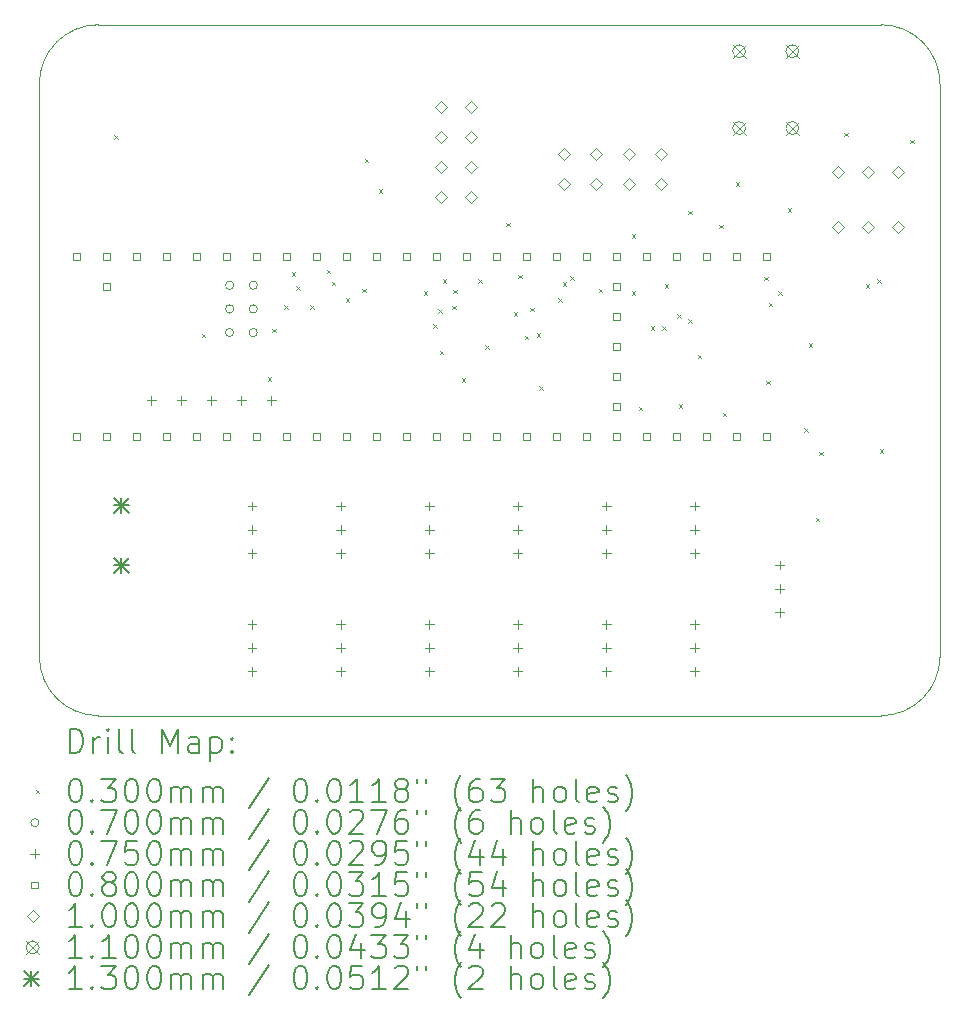
<source format=gbr>
%TF.GenerationSoftware,KiCad,Pcbnew,8.0.7*%
%TF.CreationDate,2024-12-25T21:29:44+07:00*%
%TF.ProjectId,Morphex-PCB,4d6f7270-6865-4782-9d50-43422e6b6963,rev?*%
%TF.SameCoordinates,Original*%
%TF.FileFunction,Drillmap*%
%TF.FilePolarity,Positive*%
%FSLAX45Y45*%
G04 Gerber Fmt 4.5, Leading zero omitted, Abs format (unit mm)*
G04 Created by KiCad (PCBNEW 8.0.7) date 2024-12-25 21:29:44*
%MOMM*%
%LPD*%
G01*
G04 APERTURE LIST*
%ADD10C,0.050000*%
%ADD11C,0.200000*%
%ADD12C,0.100000*%
%ADD13C,0.110000*%
%ADD14C,0.130000*%
G04 APERTURE END LIST*
D10*
X11750000Y-7750000D02*
X11750000Y-12600000D01*
X11750000Y-7750000D02*
G75*
G02*
X12250000Y-7250000I500000J0D01*
G01*
X18875000Y-7250000D02*
X12250000Y-7250000D01*
X12250000Y-13100000D02*
G75*
G02*
X11750000Y-12600000I0J500000D01*
G01*
X19375000Y-12600000D02*
G75*
G02*
X18875000Y-13100000I-500000J0D01*
G01*
X12250000Y-13100000D02*
X18875000Y-13100000D01*
X18875000Y-7250000D02*
G75*
G02*
X19375000Y-7750000I0J-500000D01*
G01*
X19375000Y-12600000D02*
X19375000Y-7750000D01*
D11*
D12*
X12385000Y-8185000D02*
X12415000Y-8215000D01*
X12415000Y-8185000D02*
X12385000Y-8215000D01*
X13125000Y-9865000D02*
X13155000Y-9895000D01*
X13155000Y-9865000D02*
X13125000Y-9895000D01*
X13685000Y-10235000D02*
X13715000Y-10265000D01*
X13715000Y-10235000D02*
X13685000Y-10265000D01*
X13722500Y-9822500D02*
X13752500Y-9852500D01*
X13752500Y-9822500D02*
X13722500Y-9852500D01*
X13825000Y-9625000D02*
X13855000Y-9655000D01*
X13855000Y-9625000D02*
X13825000Y-9655000D01*
X13885000Y-9345000D02*
X13915000Y-9375000D01*
X13915000Y-9345000D02*
X13885000Y-9375000D01*
X13925000Y-9465000D02*
X13955000Y-9495000D01*
X13955000Y-9465000D02*
X13925000Y-9495000D01*
X14045000Y-9625000D02*
X14075000Y-9655000D01*
X14075000Y-9625000D02*
X14045000Y-9655000D01*
X14185000Y-9325000D02*
X14215000Y-9355000D01*
X14215000Y-9325000D02*
X14185000Y-9355000D01*
X14225000Y-9425000D02*
X14255000Y-9455000D01*
X14255000Y-9425000D02*
X14225000Y-9455000D01*
X14345000Y-9565000D02*
X14375000Y-9595000D01*
X14375000Y-9565000D02*
X14345000Y-9595000D01*
X14485000Y-9485000D02*
X14515000Y-9515000D01*
X14515000Y-9485000D02*
X14485000Y-9515000D01*
X14505000Y-8385000D02*
X14535000Y-8415000D01*
X14535000Y-8385000D02*
X14505000Y-8415000D01*
X14625000Y-8645000D02*
X14655000Y-8675000D01*
X14655000Y-8645000D02*
X14625000Y-8675000D01*
X15005000Y-9505000D02*
X15035000Y-9535000D01*
X15035000Y-9505000D02*
X15005000Y-9535000D01*
X15085000Y-9785000D02*
X15115000Y-9815000D01*
X15115000Y-9785000D02*
X15085000Y-9815000D01*
X15125000Y-9657500D02*
X15155000Y-9687500D01*
X15155000Y-9657500D02*
X15125000Y-9687500D01*
X15141538Y-10008462D02*
X15171538Y-10038462D01*
X15171538Y-10008462D02*
X15141538Y-10038462D01*
X15165000Y-9405000D02*
X15195000Y-9435000D01*
X15195000Y-9405000D02*
X15165000Y-9435000D01*
X15245000Y-9630000D02*
X15275000Y-9660000D01*
X15275000Y-9630000D02*
X15245000Y-9660000D01*
X15255000Y-9495000D02*
X15285000Y-9525000D01*
X15285000Y-9495000D02*
X15255000Y-9525000D01*
X15325000Y-10245000D02*
X15355000Y-10275000D01*
X15355000Y-10245000D02*
X15325000Y-10275000D01*
X15465000Y-9405000D02*
X15495000Y-9435000D01*
X15495000Y-9405000D02*
X15465000Y-9435000D01*
X15525000Y-9965000D02*
X15555000Y-9995000D01*
X15555000Y-9965000D02*
X15525000Y-9995000D01*
X15705000Y-8925000D02*
X15735000Y-8955000D01*
X15735000Y-8925000D02*
X15705000Y-8955000D01*
X15765000Y-9685000D02*
X15795000Y-9715000D01*
X15795000Y-9685000D02*
X15765000Y-9715000D01*
X15805000Y-9365000D02*
X15835000Y-9395000D01*
X15835000Y-9365000D02*
X15805000Y-9395000D01*
X15860000Y-9885000D02*
X15890000Y-9915000D01*
X15890000Y-9885000D02*
X15860000Y-9915000D01*
X15905000Y-9645000D02*
X15935000Y-9675000D01*
X15935000Y-9645000D02*
X15905000Y-9675000D01*
X15960000Y-9860000D02*
X15990000Y-9890000D01*
X15990000Y-9860000D02*
X15960000Y-9890000D01*
X15980000Y-10310000D02*
X16010000Y-10340000D01*
X16010000Y-10310000D02*
X15980000Y-10340000D01*
X16145000Y-9565000D02*
X16175000Y-9595000D01*
X16175000Y-9565000D02*
X16145000Y-9595000D01*
X16182550Y-9430000D02*
X16212550Y-9460000D01*
X16212550Y-9430000D02*
X16182550Y-9460000D01*
X16245000Y-9380000D02*
X16275000Y-9410000D01*
X16275000Y-9380000D02*
X16245000Y-9410000D01*
X16485000Y-9485000D02*
X16515000Y-9515000D01*
X16515000Y-9485000D02*
X16485000Y-9515000D01*
X16765000Y-9025000D02*
X16795000Y-9055000D01*
X16795000Y-9025000D02*
X16765000Y-9055000D01*
X16765000Y-9505000D02*
X16795000Y-9535000D01*
X16795000Y-9505000D02*
X16765000Y-9535000D01*
X16825000Y-10485000D02*
X16855000Y-10515000D01*
X16855000Y-10485000D02*
X16825000Y-10515000D01*
X16925000Y-9805000D02*
X16955000Y-9835000D01*
X16955000Y-9805000D02*
X16925000Y-9835000D01*
X17025000Y-9805000D02*
X17055000Y-9835000D01*
X17055000Y-9805000D02*
X17025000Y-9835000D01*
X17045000Y-9445000D02*
X17075000Y-9475000D01*
X17075000Y-9445000D02*
X17045000Y-9475000D01*
X17150962Y-9699038D02*
X17180962Y-9729038D01*
X17180962Y-9699038D02*
X17150962Y-9729038D01*
X17165000Y-10465000D02*
X17195000Y-10495000D01*
X17195000Y-10465000D02*
X17165000Y-10495000D01*
X17245000Y-8825000D02*
X17275000Y-8855000D01*
X17275000Y-8825000D02*
X17245000Y-8855000D01*
X17245000Y-9745000D02*
X17275000Y-9775000D01*
X17275000Y-9745000D02*
X17245000Y-9775000D01*
X17325000Y-10045000D02*
X17355000Y-10075000D01*
X17355000Y-10045000D02*
X17325000Y-10075000D01*
X17505000Y-8945000D02*
X17535000Y-8975000D01*
X17535000Y-8945000D02*
X17505000Y-8975000D01*
X17535000Y-10535000D02*
X17565000Y-10565000D01*
X17565000Y-10535000D02*
X17535000Y-10565000D01*
X17645000Y-8585000D02*
X17675000Y-8615000D01*
X17675000Y-8585000D02*
X17645000Y-8615000D01*
X17885000Y-9385000D02*
X17915000Y-9415000D01*
X17915000Y-9385000D02*
X17885000Y-9415000D01*
X17905000Y-10265000D02*
X17935000Y-10295000D01*
X17935000Y-10265000D02*
X17905000Y-10295000D01*
X17925000Y-9605000D02*
X17955000Y-9635000D01*
X17955000Y-9605000D02*
X17925000Y-9635000D01*
X18005000Y-9505000D02*
X18035000Y-9535000D01*
X18035000Y-9505000D02*
X18005000Y-9535000D01*
X18085000Y-8805000D02*
X18115000Y-8835000D01*
X18115000Y-8805000D02*
X18085000Y-8835000D01*
X18225000Y-10665000D02*
X18255000Y-10695000D01*
X18255000Y-10665000D02*
X18225000Y-10695000D01*
X18265000Y-9945000D02*
X18295000Y-9975000D01*
X18295000Y-9945000D02*
X18265000Y-9975000D01*
X18325000Y-11425000D02*
X18355000Y-11455000D01*
X18355000Y-11425000D02*
X18325000Y-11455000D01*
X18355000Y-10865000D02*
X18385000Y-10895000D01*
X18385000Y-10865000D02*
X18355000Y-10895000D01*
X18565000Y-8165000D02*
X18595000Y-8195000D01*
X18595000Y-8165000D02*
X18565000Y-8195000D01*
X18745000Y-9445000D02*
X18775000Y-9475000D01*
X18775000Y-9445000D02*
X18745000Y-9475000D01*
X18845000Y-9405000D02*
X18875000Y-9435000D01*
X18875000Y-9405000D02*
X18845000Y-9435000D01*
X18865000Y-10845000D02*
X18895000Y-10875000D01*
X18895000Y-10845000D02*
X18865000Y-10875000D01*
X19125000Y-8225000D02*
X19155000Y-8255000D01*
X19155000Y-8225000D02*
X19125000Y-8255000D01*
X13396000Y-9456250D02*
G75*
G02*
X13326000Y-9456250I-35000J0D01*
G01*
X13326000Y-9456250D02*
G75*
G02*
X13396000Y-9456250I35000J0D01*
G01*
X13396000Y-9656250D02*
G75*
G02*
X13326000Y-9656250I-35000J0D01*
G01*
X13326000Y-9656250D02*
G75*
G02*
X13396000Y-9656250I35000J0D01*
G01*
X13396000Y-9856250D02*
G75*
G02*
X13326000Y-9856250I-35000J0D01*
G01*
X13326000Y-9856250D02*
G75*
G02*
X13396000Y-9856250I35000J0D01*
G01*
X13596000Y-9456250D02*
G75*
G02*
X13526000Y-9456250I-35000J0D01*
G01*
X13526000Y-9456250D02*
G75*
G02*
X13596000Y-9456250I35000J0D01*
G01*
X13596000Y-9656250D02*
G75*
G02*
X13526000Y-9656250I-35000J0D01*
G01*
X13526000Y-9656250D02*
G75*
G02*
X13596000Y-9656250I35000J0D01*
G01*
X13596000Y-9856250D02*
G75*
G02*
X13526000Y-9856250I-35000J0D01*
G01*
X13526000Y-9856250D02*
G75*
G02*
X13596000Y-9856250I35000J0D01*
G01*
X12699000Y-10392750D02*
X12699000Y-10467750D01*
X12661500Y-10430250D02*
X12736500Y-10430250D01*
X12953000Y-10392750D02*
X12953000Y-10467750D01*
X12915500Y-10430250D02*
X12990500Y-10430250D01*
X13207000Y-10392750D02*
X13207000Y-10467750D01*
X13169500Y-10430250D02*
X13244500Y-10430250D01*
X13461000Y-10392750D02*
X13461000Y-10467750D01*
X13423500Y-10430250D02*
X13498500Y-10430250D01*
X13550000Y-11287500D02*
X13550000Y-11362500D01*
X13512500Y-11325000D02*
X13587500Y-11325000D01*
X13550000Y-11487500D02*
X13550000Y-11562500D01*
X13512500Y-11525000D02*
X13587500Y-11525000D01*
X13550000Y-11687500D02*
X13550000Y-11762500D01*
X13512500Y-11725000D02*
X13587500Y-11725000D01*
X13550000Y-12287500D02*
X13550000Y-12362500D01*
X13512500Y-12325000D02*
X13587500Y-12325000D01*
X13550000Y-12487500D02*
X13550000Y-12562500D01*
X13512500Y-12525000D02*
X13587500Y-12525000D01*
X13550000Y-12687500D02*
X13550000Y-12762500D01*
X13512500Y-12725000D02*
X13587500Y-12725000D01*
X13715000Y-10392750D02*
X13715000Y-10467750D01*
X13677500Y-10430250D02*
X13752500Y-10430250D01*
X14300000Y-11287500D02*
X14300000Y-11362500D01*
X14262500Y-11325000D02*
X14337500Y-11325000D01*
X14300000Y-11487500D02*
X14300000Y-11562500D01*
X14262500Y-11525000D02*
X14337500Y-11525000D01*
X14300000Y-11687500D02*
X14300000Y-11762500D01*
X14262500Y-11725000D02*
X14337500Y-11725000D01*
X14300000Y-12287500D02*
X14300000Y-12362500D01*
X14262500Y-12325000D02*
X14337500Y-12325000D01*
X14300000Y-12487500D02*
X14300000Y-12562500D01*
X14262500Y-12525000D02*
X14337500Y-12525000D01*
X14300000Y-12687500D02*
X14300000Y-12762500D01*
X14262500Y-12725000D02*
X14337500Y-12725000D01*
X15050000Y-11287500D02*
X15050000Y-11362500D01*
X15012500Y-11325000D02*
X15087500Y-11325000D01*
X15050000Y-11487500D02*
X15050000Y-11562500D01*
X15012500Y-11525000D02*
X15087500Y-11525000D01*
X15050000Y-11687500D02*
X15050000Y-11762500D01*
X15012500Y-11725000D02*
X15087500Y-11725000D01*
X15050000Y-12287500D02*
X15050000Y-12362500D01*
X15012500Y-12325000D02*
X15087500Y-12325000D01*
X15050000Y-12487500D02*
X15050000Y-12562500D01*
X15012500Y-12525000D02*
X15087500Y-12525000D01*
X15050000Y-12687500D02*
X15050000Y-12762500D01*
X15012500Y-12725000D02*
X15087500Y-12725000D01*
X15800000Y-11287500D02*
X15800000Y-11362500D01*
X15762500Y-11325000D02*
X15837500Y-11325000D01*
X15800000Y-11487500D02*
X15800000Y-11562500D01*
X15762500Y-11525000D02*
X15837500Y-11525000D01*
X15800000Y-11687500D02*
X15800000Y-11762500D01*
X15762500Y-11725000D02*
X15837500Y-11725000D01*
X15800000Y-12287500D02*
X15800000Y-12362500D01*
X15762500Y-12325000D02*
X15837500Y-12325000D01*
X15800000Y-12487500D02*
X15800000Y-12562500D01*
X15762500Y-12525000D02*
X15837500Y-12525000D01*
X15800000Y-12687500D02*
X15800000Y-12762500D01*
X15762500Y-12725000D02*
X15837500Y-12725000D01*
X16550000Y-11287500D02*
X16550000Y-11362500D01*
X16512500Y-11325000D02*
X16587500Y-11325000D01*
X16550000Y-11487500D02*
X16550000Y-11562500D01*
X16512500Y-11525000D02*
X16587500Y-11525000D01*
X16550000Y-11687500D02*
X16550000Y-11762500D01*
X16512500Y-11725000D02*
X16587500Y-11725000D01*
X16550000Y-12287500D02*
X16550000Y-12362500D01*
X16512500Y-12325000D02*
X16587500Y-12325000D01*
X16550000Y-12487500D02*
X16550000Y-12562500D01*
X16512500Y-12525000D02*
X16587500Y-12525000D01*
X16550000Y-12687500D02*
X16550000Y-12762500D01*
X16512500Y-12725000D02*
X16587500Y-12725000D01*
X17300000Y-11287500D02*
X17300000Y-11362500D01*
X17262500Y-11325000D02*
X17337500Y-11325000D01*
X17300000Y-11487500D02*
X17300000Y-11562500D01*
X17262500Y-11525000D02*
X17337500Y-11525000D01*
X17300000Y-11687500D02*
X17300000Y-11762500D01*
X17262500Y-11725000D02*
X17337500Y-11725000D01*
X17300000Y-12287500D02*
X17300000Y-12362500D01*
X17262500Y-12325000D02*
X17337500Y-12325000D01*
X17300000Y-12487500D02*
X17300000Y-12562500D01*
X17262500Y-12525000D02*
X17337500Y-12525000D01*
X17300000Y-12687500D02*
X17300000Y-12762500D01*
X17262500Y-12725000D02*
X17337500Y-12725000D01*
X18020000Y-11787500D02*
X18020000Y-11862500D01*
X17982500Y-11825000D02*
X18057500Y-11825000D01*
X18020000Y-11987500D02*
X18020000Y-12062500D01*
X17982500Y-12025000D02*
X18057500Y-12025000D01*
X18020000Y-12187500D02*
X18020000Y-12262500D01*
X17982500Y-12225000D02*
X18057500Y-12225000D01*
X12092284Y-9239535D02*
X12092284Y-9182966D01*
X12035715Y-9182966D01*
X12035715Y-9239535D01*
X12092284Y-9239535D01*
X12092284Y-10763535D02*
X12092284Y-10706966D01*
X12035715Y-10706966D01*
X12035715Y-10763535D01*
X12092284Y-10763535D01*
X12346284Y-9239535D02*
X12346284Y-9182966D01*
X12289715Y-9182966D01*
X12289715Y-9239535D01*
X12346284Y-9239535D01*
X12346284Y-9493535D02*
X12346284Y-9436966D01*
X12289715Y-9436966D01*
X12289715Y-9493535D01*
X12346284Y-9493535D01*
X12346284Y-10763535D02*
X12346284Y-10706966D01*
X12289715Y-10706966D01*
X12289715Y-10763535D01*
X12346284Y-10763535D01*
X12600284Y-9239535D02*
X12600284Y-9182966D01*
X12543715Y-9182966D01*
X12543715Y-9239535D01*
X12600284Y-9239535D01*
X12600284Y-10763535D02*
X12600284Y-10706966D01*
X12543715Y-10706966D01*
X12543715Y-10763535D01*
X12600284Y-10763535D01*
X12854284Y-9239535D02*
X12854284Y-9182966D01*
X12797715Y-9182966D01*
X12797715Y-9239535D01*
X12854284Y-9239535D01*
X12854284Y-10763535D02*
X12854284Y-10706966D01*
X12797715Y-10706966D01*
X12797715Y-10763535D01*
X12854284Y-10763535D01*
X13108284Y-9239535D02*
X13108284Y-9182966D01*
X13051715Y-9182966D01*
X13051715Y-9239535D01*
X13108284Y-9239535D01*
X13108284Y-10763535D02*
X13108284Y-10706966D01*
X13051715Y-10706966D01*
X13051715Y-10763535D01*
X13108284Y-10763535D01*
X13362284Y-9239535D02*
X13362284Y-9182966D01*
X13305715Y-9182966D01*
X13305715Y-9239535D01*
X13362284Y-9239535D01*
X13362284Y-10763535D02*
X13362284Y-10706966D01*
X13305715Y-10706966D01*
X13305715Y-10763535D01*
X13362284Y-10763535D01*
X13616284Y-9239535D02*
X13616284Y-9182966D01*
X13559715Y-9182966D01*
X13559715Y-9239535D01*
X13616284Y-9239535D01*
X13616284Y-10763535D02*
X13616284Y-10706966D01*
X13559715Y-10706966D01*
X13559715Y-10763535D01*
X13616284Y-10763535D01*
X13870284Y-9239535D02*
X13870284Y-9182966D01*
X13813715Y-9182966D01*
X13813715Y-9239535D01*
X13870284Y-9239535D01*
X13870284Y-10763535D02*
X13870284Y-10706966D01*
X13813715Y-10706966D01*
X13813715Y-10763535D01*
X13870284Y-10763535D01*
X14124284Y-9239535D02*
X14124284Y-9182966D01*
X14067715Y-9182966D01*
X14067715Y-9239535D01*
X14124284Y-9239535D01*
X14124284Y-10763535D02*
X14124284Y-10706966D01*
X14067715Y-10706966D01*
X14067715Y-10763535D01*
X14124284Y-10763535D01*
X14378284Y-9239535D02*
X14378284Y-9182966D01*
X14321715Y-9182966D01*
X14321715Y-9239535D01*
X14378284Y-9239535D01*
X14378284Y-10763535D02*
X14378284Y-10706966D01*
X14321715Y-10706966D01*
X14321715Y-10763535D01*
X14378284Y-10763535D01*
X14632284Y-9239535D02*
X14632284Y-9182966D01*
X14575715Y-9182966D01*
X14575715Y-9239535D01*
X14632284Y-9239535D01*
X14632284Y-10763535D02*
X14632284Y-10706966D01*
X14575715Y-10706966D01*
X14575715Y-10763535D01*
X14632284Y-10763535D01*
X14886284Y-9239535D02*
X14886284Y-9182966D01*
X14829715Y-9182966D01*
X14829715Y-9239535D01*
X14886284Y-9239535D01*
X14886284Y-10763535D02*
X14886284Y-10706966D01*
X14829715Y-10706966D01*
X14829715Y-10763535D01*
X14886284Y-10763535D01*
X15140284Y-9239535D02*
X15140284Y-9182966D01*
X15083715Y-9182966D01*
X15083715Y-9239535D01*
X15140284Y-9239535D01*
X15140284Y-10763535D02*
X15140284Y-10706966D01*
X15083715Y-10706966D01*
X15083715Y-10763535D01*
X15140284Y-10763535D01*
X15394284Y-9239535D02*
X15394284Y-9182966D01*
X15337715Y-9182966D01*
X15337715Y-9239535D01*
X15394284Y-9239535D01*
X15394284Y-10763535D02*
X15394284Y-10706966D01*
X15337715Y-10706966D01*
X15337715Y-10763535D01*
X15394284Y-10763535D01*
X15648284Y-9239535D02*
X15648284Y-9182966D01*
X15591715Y-9182966D01*
X15591715Y-9239535D01*
X15648284Y-9239535D01*
X15648284Y-10763535D02*
X15648284Y-10706966D01*
X15591715Y-10706966D01*
X15591715Y-10763535D01*
X15648284Y-10763535D01*
X15902284Y-9239535D02*
X15902284Y-9182966D01*
X15845715Y-9182966D01*
X15845715Y-9239535D01*
X15902284Y-9239535D01*
X15902284Y-10763535D02*
X15902284Y-10706966D01*
X15845715Y-10706966D01*
X15845715Y-10763535D01*
X15902284Y-10763535D01*
X16156284Y-9239535D02*
X16156284Y-9182966D01*
X16099715Y-9182966D01*
X16099715Y-9239535D01*
X16156284Y-9239535D01*
X16156284Y-10763535D02*
X16156284Y-10706966D01*
X16099715Y-10706966D01*
X16099715Y-10763535D01*
X16156284Y-10763535D01*
X16410284Y-9239535D02*
X16410284Y-9182966D01*
X16353715Y-9182966D01*
X16353715Y-9239535D01*
X16410284Y-9239535D01*
X16410284Y-10763535D02*
X16410284Y-10706966D01*
X16353715Y-10706966D01*
X16353715Y-10763535D01*
X16410284Y-10763535D01*
X16664284Y-9239535D02*
X16664284Y-9182966D01*
X16607715Y-9182966D01*
X16607715Y-9239535D01*
X16664284Y-9239535D01*
X16664284Y-9493535D02*
X16664284Y-9436966D01*
X16607715Y-9436966D01*
X16607715Y-9493535D01*
X16664284Y-9493535D01*
X16664284Y-9747535D02*
X16664284Y-9690966D01*
X16607715Y-9690966D01*
X16607715Y-9747535D01*
X16664284Y-9747535D01*
X16664284Y-10001535D02*
X16664284Y-9944966D01*
X16607715Y-9944966D01*
X16607715Y-10001535D01*
X16664284Y-10001535D01*
X16664284Y-10255535D02*
X16664284Y-10198966D01*
X16607715Y-10198966D01*
X16607715Y-10255535D01*
X16664284Y-10255535D01*
X16664284Y-10509535D02*
X16664284Y-10452966D01*
X16607715Y-10452966D01*
X16607715Y-10509535D01*
X16664284Y-10509535D01*
X16664284Y-10763535D02*
X16664284Y-10706966D01*
X16607715Y-10706966D01*
X16607715Y-10763535D01*
X16664284Y-10763535D01*
X16918285Y-9239535D02*
X16918285Y-9182966D01*
X16861716Y-9182966D01*
X16861716Y-9239535D01*
X16918285Y-9239535D01*
X16918285Y-10763535D02*
X16918285Y-10706966D01*
X16861716Y-10706966D01*
X16861716Y-10763535D01*
X16918285Y-10763535D01*
X17172285Y-9239535D02*
X17172285Y-9182966D01*
X17115716Y-9182966D01*
X17115716Y-9239535D01*
X17172285Y-9239535D01*
X17172285Y-10763535D02*
X17172285Y-10706966D01*
X17115716Y-10706966D01*
X17115716Y-10763535D01*
X17172285Y-10763535D01*
X17426285Y-9239535D02*
X17426285Y-9182966D01*
X17369716Y-9182966D01*
X17369716Y-9239535D01*
X17426285Y-9239535D01*
X17426285Y-10763535D02*
X17426285Y-10706966D01*
X17369716Y-10706966D01*
X17369716Y-10763535D01*
X17426285Y-10763535D01*
X17680285Y-9239535D02*
X17680285Y-9182966D01*
X17623716Y-9182966D01*
X17623716Y-9239535D01*
X17680285Y-9239535D01*
X17680285Y-10763535D02*
X17680285Y-10706966D01*
X17623716Y-10706966D01*
X17623716Y-10763535D01*
X17680285Y-10763535D01*
X17934285Y-9239535D02*
X17934285Y-9182966D01*
X17877716Y-9182966D01*
X17877716Y-9239535D01*
X17934285Y-9239535D01*
X17934285Y-10763535D02*
X17934285Y-10706966D01*
X17877716Y-10706966D01*
X17877716Y-10763535D01*
X17934285Y-10763535D01*
X15150000Y-8000000D02*
X15200000Y-7950000D01*
X15150000Y-7900000D01*
X15100000Y-7950000D01*
X15150000Y-8000000D01*
X15150000Y-8254000D02*
X15200000Y-8204000D01*
X15150000Y-8154000D01*
X15100000Y-8204000D01*
X15150000Y-8254000D01*
X15150000Y-8508000D02*
X15200000Y-8458000D01*
X15150000Y-8408000D01*
X15100000Y-8458000D01*
X15150000Y-8508000D01*
X15150000Y-8762000D02*
X15200000Y-8712000D01*
X15150000Y-8662000D01*
X15100000Y-8712000D01*
X15150000Y-8762000D01*
X15404000Y-8000000D02*
X15454000Y-7950000D01*
X15404000Y-7900000D01*
X15354000Y-7950000D01*
X15404000Y-8000000D01*
X15404000Y-8254000D02*
X15454000Y-8204000D01*
X15404000Y-8154000D01*
X15354000Y-8204000D01*
X15404000Y-8254000D01*
X15404000Y-8508000D02*
X15454000Y-8458000D01*
X15404000Y-8408000D01*
X15354000Y-8458000D01*
X15404000Y-8508000D01*
X15404000Y-8762000D02*
X15454000Y-8712000D01*
X15404000Y-8662000D01*
X15354000Y-8712000D01*
X15404000Y-8762000D01*
X16190000Y-8396000D02*
X16240000Y-8346000D01*
X16190000Y-8296000D01*
X16140000Y-8346000D01*
X16190000Y-8396000D01*
X16190000Y-8650000D02*
X16240000Y-8600000D01*
X16190000Y-8550000D01*
X16140000Y-8600000D01*
X16190000Y-8650000D01*
X16465000Y-8396000D02*
X16515000Y-8346000D01*
X16465000Y-8296000D01*
X16415000Y-8346000D01*
X16465000Y-8396000D01*
X16465000Y-8650000D02*
X16515000Y-8600000D01*
X16465000Y-8550000D01*
X16415000Y-8600000D01*
X16465000Y-8650000D01*
X16740000Y-8396000D02*
X16790000Y-8346000D01*
X16740000Y-8296000D01*
X16690000Y-8346000D01*
X16740000Y-8396000D01*
X16740000Y-8650000D02*
X16790000Y-8600000D01*
X16740000Y-8550000D01*
X16690000Y-8600000D01*
X16740000Y-8650000D01*
X17015000Y-8396000D02*
X17065000Y-8346000D01*
X17015000Y-8296000D01*
X16965000Y-8346000D01*
X17015000Y-8396000D01*
X17015000Y-8650000D02*
X17065000Y-8600000D01*
X17015000Y-8550000D01*
X16965000Y-8600000D01*
X17015000Y-8650000D01*
X18512000Y-8550000D02*
X18562000Y-8500000D01*
X18512000Y-8450000D01*
X18462000Y-8500000D01*
X18512000Y-8550000D01*
X18512000Y-9015000D02*
X18562000Y-8965000D01*
X18512000Y-8915000D01*
X18462000Y-8965000D01*
X18512000Y-9015000D01*
X18766000Y-8550000D02*
X18816000Y-8500000D01*
X18766000Y-8450000D01*
X18716000Y-8500000D01*
X18766000Y-8550000D01*
X18766000Y-9015000D02*
X18816000Y-8965000D01*
X18766000Y-8915000D01*
X18716000Y-8965000D01*
X18766000Y-9015000D01*
X19020000Y-8550000D02*
X19070000Y-8500000D01*
X19020000Y-8450000D01*
X18970000Y-8500000D01*
X19020000Y-8550000D01*
X19020000Y-9015000D02*
X19070000Y-8965000D01*
X19020000Y-8915000D01*
X18970000Y-8965000D01*
X19020000Y-9015000D01*
D13*
X17620000Y-7420000D02*
X17730000Y-7530000D01*
X17730000Y-7420000D02*
X17620000Y-7530000D01*
X17730000Y-7475000D02*
G75*
G02*
X17620000Y-7475000I-55000J0D01*
G01*
X17620000Y-7475000D02*
G75*
G02*
X17730000Y-7475000I55000J0D01*
G01*
X17620000Y-8070000D02*
X17730000Y-8180000D01*
X17730000Y-8070000D02*
X17620000Y-8180000D01*
X17730000Y-8125000D02*
G75*
G02*
X17620000Y-8125000I-55000J0D01*
G01*
X17620000Y-8125000D02*
G75*
G02*
X17730000Y-8125000I55000J0D01*
G01*
X18070000Y-7420000D02*
X18180000Y-7530000D01*
X18180000Y-7420000D02*
X18070000Y-7530000D01*
X18180000Y-7475000D02*
G75*
G02*
X18070000Y-7475000I-55000J0D01*
G01*
X18070000Y-7475000D02*
G75*
G02*
X18180000Y-7475000I55000J0D01*
G01*
X18070000Y-8070000D02*
X18180000Y-8180000D01*
X18180000Y-8070000D02*
X18070000Y-8180000D01*
X18180000Y-8125000D02*
G75*
G02*
X18070000Y-8125000I-55000J0D01*
G01*
X18070000Y-8125000D02*
G75*
G02*
X18180000Y-8125000I55000J0D01*
G01*
D14*
X12379500Y-11255500D02*
X12509500Y-11385500D01*
X12509500Y-11255500D02*
X12379500Y-11385500D01*
X12444500Y-11255500D02*
X12444500Y-11385500D01*
X12379500Y-11320500D02*
X12509500Y-11320500D01*
X12379500Y-11763500D02*
X12509500Y-11893500D01*
X12509500Y-11763500D02*
X12379500Y-11893500D01*
X12444500Y-11763500D02*
X12444500Y-11893500D01*
X12379500Y-11828500D02*
X12509500Y-11828500D01*
D11*
X12008277Y-13413984D02*
X12008277Y-13213984D01*
X12008277Y-13213984D02*
X12055896Y-13213984D01*
X12055896Y-13213984D02*
X12084467Y-13223508D01*
X12084467Y-13223508D02*
X12103515Y-13242555D01*
X12103515Y-13242555D02*
X12113039Y-13261603D01*
X12113039Y-13261603D02*
X12122562Y-13299698D01*
X12122562Y-13299698D02*
X12122562Y-13328269D01*
X12122562Y-13328269D02*
X12113039Y-13366365D01*
X12113039Y-13366365D02*
X12103515Y-13385412D01*
X12103515Y-13385412D02*
X12084467Y-13404460D01*
X12084467Y-13404460D02*
X12055896Y-13413984D01*
X12055896Y-13413984D02*
X12008277Y-13413984D01*
X12208277Y-13413984D02*
X12208277Y-13280650D01*
X12208277Y-13318746D02*
X12217801Y-13299698D01*
X12217801Y-13299698D02*
X12227324Y-13290174D01*
X12227324Y-13290174D02*
X12246372Y-13280650D01*
X12246372Y-13280650D02*
X12265420Y-13280650D01*
X12332086Y-13413984D02*
X12332086Y-13280650D01*
X12332086Y-13213984D02*
X12322562Y-13223508D01*
X12322562Y-13223508D02*
X12332086Y-13233031D01*
X12332086Y-13233031D02*
X12341610Y-13223508D01*
X12341610Y-13223508D02*
X12332086Y-13213984D01*
X12332086Y-13213984D02*
X12332086Y-13233031D01*
X12455896Y-13413984D02*
X12436848Y-13404460D01*
X12436848Y-13404460D02*
X12427324Y-13385412D01*
X12427324Y-13385412D02*
X12427324Y-13213984D01*
X12560658Y-13413984D02*
X12541610Y-13404460D01*
X12541610Y-13404460D02*
X12532086Y-13385412D01*
X12532086Y-13385412D02*
X12532086Y-13213984D01*
X12789229Y-13413984D02*
X12789229Y-13213984D01*
X12789229Y-13213984D02*
X12855896Y-13356841D01*
X12855896Y-13356841D02*
X12922562Y-13213984D01*
X12922562Y-13213984D02*
X12922562Y-13413984D01*
X13103515Y-13413984D02*
X13103515Y-13309222D01*
X13103515Y-13309222D02*
X13093991Y-13290174D01*
X13093991Y-13290174D02*
X13074943Y-13280650D01*
X13074943Y-13280650D02*
X13036848Y-13280650D01*
X13036848Y-13280650D02*
X13017801Y-13290174D01*
X13103515Y-13404460D02*
X13084467Y-13413984D01*
X13084467Y-13413984D02*
X13036848Y-13413984D01*
X13036848Y-13413984D02*
X13017801Y-13404460D01*
X13017801Y-13404460D02*
X13008277Y-13385412D01*
X13008277Y-13385412D02*
X13008277Y-13366365D01*
X13008277Y-13366365D02*
X13017801Y-13347317D01*
X13017801Y-13347317D02*
X13036848Y-13337793D01*
X13036848Y-13337793D02*
X13084467Y-13337793D01*
X13084467Y-13337793D02*
X13103515Y-13328269D01*
X13198753Y-13280650D02*
X13198753Y-13480650D01*
X13198753Y-13290174D02*
X13217801Y-13280650D01*
X13217801Y-13280650D02*
X13255896Y-13280650D01*
X13255896Y-13280650D02*
X13274943Y-13290174D01*
X13274943Y-13290174D02*
X13284467Y-13299698D01*
X13284467Y-13299698D02*
X13293991Y-13318746D01*
X13293991Y-13318746D02*
X13293991Y-13375888D01*
X13293991Y-13375888D02*
X13284467Y-13394936D01*
X13284467Y-13394936D02*
X13274943Y-13404460D01*
X13274943Y-13404460D02*
X13255896Y-13413984D01*
X13255896Y-13413984D02*
X13217801Y-13413984D01*
X13217801Y-13413984D02*
X13198753Y-13404460D01*
X13379705Y-13394936D02*
X13389229Y-13404460D01*
X13389229Y-13404460D02*
X13379705Y-13413984D01*
X13379705Y-13413984D02*
X13370182Y-13404460D01*
X13370182Y-13404460D02*
X13379705Y-13394936D01*
X13379705Y-13394936D02*
X13379705Y-13413984D01*
X13379705Y-13290174D02*
X13389229Y-13299698D01*
X13389229Y-13299698D02*
X13379705Y-13309222D01*
X13379705Y-13309222D02*
X13370182Y-13299698D01*
X13370182Y-13299698D02*
X13379705Y-13290174D01*
X13379705Y-13290174D02*
X13379705Y-13309222D01*
D12*
X11717500Y-13727500D02*
X11747500Y-13757500D01*
X11747500Y-13727500D02*
X11717500Y-13757500D01*
D11*
X12046372Y-13633984D02*
X12065420Y-13633984D01*
X12065420Y-13633984D02*
X12084467Y-13643508D01*
X12084467Y-13643508D02*
X12093991Y-13653031D01*
X12093991Y-13653031D02*
X12103515Y-13672079D01*
X12103515Y-13672079D02*
X12113039Y-13710174D01*
X12113039Y-13710174D02*
X12113039Y-13757793D01*
X12113039Y-13757793D02*
X12103515Y-13795888D01*
X12103515Y-13795888D02*
X12093991Y-13814936D01*
X12093991Y-13814936D02*
X12084467Y-13824460D01*
X12084467Y-13824460D02*
X12065420Y-13833984D01*
X12065420Y-13833984D02*
X12046372Y-13833984D01*
X12046372Y-13833984D02*
X12027324Y-13824460D01*
X12027324Y-13824460D02*
X12017801Y-13814936D01*
X12017801Y-13814936D02*
X12008277Y-13795888D01*
X12008277Y-13795888D02*
X11998753Y-13757793D01*
X11998753Y-13757793D02*
X11998753Y-13710174D01*
X11998753Y-13710174D02*
X12008277Y-13672079D01*
X12008277Y-13672079D02*
X12017801Y-13653031D01*
X12017801Y-13653031D02*
X12027324Y-13643508D01*
X12027324Y-13643508D02*
X12046372Y-13633984D01*
X12198753Y-13814936D02*
X12208277Y-13824460D01*
X12208277Y-13824460D02*
X12198753Y-13833984D01*
X12198753Y-13833984D02*
X12189229Y-13824460D01*
X12189229Y-13824460D02*
X12198753Y-13814936D01*
X12198753Y-13814936D02*
X12198753Y-13833984D01*
X12274943Y-13633984D02*
X12398753Y-13633984D01*
X12398753Y-13633984D02*
X12332086Y-13710174D01*
X12332086Y-13710174D02*
X12360658Y-13710174D01*
X12360658Y-13710174D02*
X12379705Y-13719698D01*
X12379705Y-13719698D02*
X12389229Y-13729222D01*
X12389229Y-13729222D02*
X12398753Y-13748269D01*
X12398753Y-13748269D02*
X12398753Y-13795888D01*
X12398753Y-13795888D02*
X12389229Y-13814936D01*
X12389229Y-13814936D02*
X12379705Y-13824460D01*
X12379705Y-13824460D02*
X12360658Y-13833984D01*
X12360658Y-13833984D02*
X12303515Y-13833984D01*
X12303515Y-13833984D02*
X12284467Y-13824460D01*
X12284467Y-13824460D02*
X12274943Y-13814936D01*
X12522562Y-13633984D02*
X12541610Y-13633984D01*
X12541610Y-13633984D02*
X12560658Y-13643508D01*
X12560658Y-13643508D02*
X12570182Y-13653031D01*
X12570182Y-13653031D02*
X12579705Y-13672079D01*
X12579705Y-13672079D02*
X12589229Y-13710174D01*
X12589229Y-13710174D02*
X12589229Y-13757793D01*
X12589229Y-13757793D02*
X12579705Y-13795888D01*
X12579705Y-13795888D02*
X12570182Y-13814936D01*
X12570182Y-13814936D02*
X12560658Y-13824460D01*
X12560658Y-13824460D02*
X12541610Y-13833984D01*
X12541610Y-13833984D02*
X12522562Y-13833984D01*
X12522562Y-13833984D02*
X12503515Y-13824460D01*
X12503515Y-13824460D02*
X12493991Y-13814936D01*
X12493991Y-13814936D02*
X12484467Y-13795888D01*
X12484467Y-13795888D02*
X12474943Y-13757793D01*
X12474943Y-13757793D02*
X12474943Y-13710174D01*
X12474943Y-13710174D02*
X12484467Y-13672079D01*
X12484467Y-13672079D02*
X12493991Y-13653031D01*
X12493991Y-13653031D02*
X12503515Y-13643508D01*
X12503515Y-13643508D02*
X12522562Y-13633984D01*
X12713039Y-13633984D02*
X12732086Y-13633984D01*
X12732086Y-13633984D02*
X12751134Y-13643508D01*
X12751134Y-13643508D02*
X12760658Y-13653031D01*
X12760658Y-13653031D02*
X12770182Y-13672079D01*
X12770182Y-13672079D02*
X12779705Y-13710174D01*
X12779705Y-13710174D02*
X12779705Y-13757793D01*
X12779705Y-13757793D02*
X12770182Y-13795888D01*
X12770182Y-13795888D02*
X12760658Y-13814936D01*
X12760658Y-13814936D02*
X12751134Y-13824460D01*
X12751134Y-13824460D02*
X12732086Y-13833984D01*
X12732086Y-13833984D02*
X12713039Y-13833984D01*
X12713039Y-13833984D02*
X12693991Y-13824460D01*
X12693991Y-13824460D02*
X12684467Y-13814936D01*
X12684467Y-13814936D02*
X12674943Y-13795888D01*
X12674943Y-13795888D02*
X12665420Y-13757793D01*
X12665420Y-13757793D02*
X12665420Y-13710174D01*
X12665420Y-13710174D02*
X12674943Y-13672079D01*
X12674943Y-13672079D02*
X12684467Y-13653031D01*
X12684467Y-13653031D02*
X12693991Y-13643508D01*
X12693991Y-13643508D02*
X12713039Y-13633984D01*
X12865420Y-13833984D02*
X12865420Y-13700650D01*
X12865420Y-13719698D02*
X12874943Y-13710174D01*
X12874943Y-13710174D02*
X12893991Y-13700650D01*
X12893991Y-13700650D02*
X12922563Y-13700650D01*
X12922563Y-13700650D02*
X12941610Y-13710174D01*
X12941610Y-13710174D02*
X12951134Y-13729222D01*
X12951134Y-13729222D02*
X12951134Y-13833984D01*
X12951134Y-13729222D02*
X12960658Y-13710174D01*
X12960658Y-13710174D02*
X12979705Y-13700650D01*
X12979705Y-13700650D02*
X13008277Y-13700650D01*
X13008277Y-13700650D02*
X13027324Y-13710174D01*
X13027324Y-13710174D02*
X13036848Y-13729222D01*
X13036848Y-13729222D02*
X13036848Y-13833984D01*
X13132086Y-13833984D02*
X13132086Y-13700650D01*
X13132086Y-13719698D02*
X13141610Y-13710174D01*
X13141610Y-13710174D02*
X13160658Y-13700650D01*
X13160658Y-13700650D02*
X13189229Y-13700650D01*
X13189229Y-13700650D02*
X13208277Y-13710174D01*
X13208277Y-13710174D02*
X13217801Y-13729222D01*
X13217801Y-13729222D02*
X13217801Y-13833984D01*
X13217801Y-13729222D02*
X13227324Y-13710174D01*
X13227324Y-13710174D02*
X13246372Y-13700650D01*
X13246372Y-13700650D02*
X13274943Y-13700650D01*
X13274943Y-13700650D02*
X13293991Y-13710174D01*
X13293991Y-13710174D02*
X13303515Y-13729222D01*
X13303515Y-13729222D02*
X13303515Y-13833984D01*
X13693991Y-13624460D02*
X13522563Y-13881603D01*
X13951134Y-13633984D02*
X13970182Y-13633984D01*
X13970182Y-13633984D02*
X13989229Y-13643508D01*
X13989229Y-13643508D02*
X13998753Y-13653031D01*
X13998753Y-13653031D02*
X14008277Y-13672079D01*
X14008277Y-13672079D02*
X14017801Y-13710174D01*
X14017801Y-13710174D02*
X14017801Y-13757793D01*
X14017801Y-13757793D02*
X14008277Y-13795888D01*
X14008277Y-13795888D02*
X13998753Y-13814936D01*
X13998753Y-13814936D02*
X13989229Y-13824460D01*
X13989229Y-13824460D02*
X13970182Y-13833984D01*
X13970182Y-13833984D02*
X13951134Y-13833984D01*
X13951134Y-13833984D02*
X13932086Y-13824460D01*
X13932086Y-13824460D02*
X13922563Y-13814936D01*
X13922563Y-13814936D02*
X13913039Y-13795888D01*
X13913039Y-13795888D02*
X13903515Y-13757793D01*
X13903515Y-13757793D02*
X13903515Y-13710174D01*
X13903515Y-13710174D02*
X13913039Y-13672079D01*
X13913039Y-13672079D02*
X13922563Y-13653031D01*
X13922563Y-13653031D02*
X13932086Y-13643508D01*
X13932086Y-13643508D02*
X13951134Y-13633984D01*
X14103515Y-13814936D02*
X14113039Y-13824460D01*
X14113039Y-13824460D02*
X14103515Y-13833984D01*
X14103515Y-13833984D02*
X14093991Y-13824460D01*
X14093991Y-13824460D02*
X14103515Y-13814936D01*
X14103515Y-13814936D02*
X14103515Y-13833984D01*
X14236848Y-13633984D02*
X14255896Y-13633984D01*
X14255896Y-13633984D02*
X14274944Y-13643508D01*
X14274944Y-13643508D02*
X14284467Y-13653031D01*
X14284467Y-13653031D02*
X14293991Y-13672079D01*
X14293991Y-13672079D02*
X14303515Y-13710174D01*
X14303515Y-13710174D02*
X14303515Y-13757793D01*
X14303515Y-13757793D02*
X14293991Y-13795888D01*
X14293991Y-13795888D02*
X14284467Y-13814936D01*
X14284467Y-13814936D02*
X14274944Y-13824460D01*
X14274944Y-13824460D02*
X14255896Y-13833984D01*
X14255896Y-13833984D02*
X14236848Y-13833984D01*
X14236848Y-13833984D02*
X14217801Y-13824460D01*
X14217801Y-13824460D02*
X14208277Y-13814936D01*
X14208277Y-13814936D02*
X14198753Y-13795888D01*
X14198753Y-13795888D02*
X14189229Y-13757793D01*
X14189229Y-13757793D02*
X14189229Y-13710174D01*
X14189229Y-13710174D02*
X14198753Y-13672079D01*
X14198753Y-13672079D02*
X14208277Y-13653031D01*
X14208277Y-13653031D02*
X14217801Y-13643508D01*
X14217801Y-13643508D02*
X14236848Y-13633984D01*
X14493991Y-13833984D02*
X14379706Y-13833984D01*
X14436848Y-13833984D02*
X14436848Y-13633984D01*
X14436848Y-13633984D02*
X14417801Y-13662555D01*
X14417801Y-13662555D02*
X14398753Y-13681603D01*
X14398753Y-13681603D02*
X14379706Y-13691127D01*
X14684467Y-13833984D02*
X14570182Y-13833984D01*
X14627325Y-13833984D02*
X14627325Y-13633984D01*
X14627325Y-13633984D02*
X14608277Y-13662555D01*
X14608277Y-13662555D02*
X14589229Y-13681603D01*
X14589229Y-13681603D02*
X14570182Y-13691127D01*
X14798753Y-13719698D02*
X14779706Y-13710174D01*
X14779706Y-13710174D02*
X14770182Y-13700650D01*
X14770182Y-13700650D02*
X14760658Y-13681603D01*
X14760658Y-13681603D02*
X14760658Y-13672079D01*
X14760658Y-13672079D02*
X14770182Y-13653031D01*
X14770182Y-13653031D02*
X14779706Y-13643508D01*
X14779706Y-13643508D02*
X14798753Y-13633984D01*
X14798753Y-13633984D02*
X14836848Y-13633984D01*
X14836848Y-13633984D02*
X14855896Y-13643508D01*
X14855896Y-13643508D02*
X14865420Y-13653031D01*
X14865420Y-13653031D02*
X14874944Y-13672079D01*
X14874944Y-13672079D02*
X14874944Y-13681603D01*
X14874944Y-13681603D02*
X14865420Y-13700650D01*
X14865420Y-13700650D02*
X14855896Y-13710174D01*
X14855896Y-13710174D02*
X14836848Y-13719698D01*
X14836848Y-13719698D02*
X14798753Y-13719698D01*
X14798753Y-13719698D02*
X14779706Y-13729222D01*
X14779706Y-13729222D02*
X14770182Y-13738746D01*
X14770182Y-13738746D02*
X14760658Y-13757793D01*
X14760658Y-13757793D02*
X14760658Y-13795888D01*
X14760658Y-13795888D02*
X14770182Y-13814936D01*
X14770182Y-13814936D02*
X14779706Y-13824460D01*
X14779706Y-13824460D02*
X14798753Y-13833984D01*
X14798753Y-13833984D02*
X14836848Y-13833984D01*
X14836848Y-13833984D02*
X14855896Y-13824460D01*
X14855896Y-13824460D02*
X14865420Y-13814936D01*
X14865420Y-13814936D02*
X14874944Y-13795888D01*
X14874944Y-13795888D02*
X14874944Y-13757793D01*
X14874944Y-13757793D02*
X14865420Y-13738746D01*
X14865420Y-13738746D02*
X14855896Y-13729222D01*
X14855896Y-13729222D02*
X14836848Y-13719698D01*
X14951134Y-13633984D02*
X14951134Y-13672079D01*
X15027325Y-13633984D02*
X15027325Y-13672079D01*
X15322563Y-13910174D02*
X15313039Y-13900650D01*
X15313039Y-13900650D02*
X15293991Y-13872079D01*
X15293991Y-13872079D02*
X15284468Y-13853031D01*
X15284468Y-13853031D02*
X15274944Y-13824460D01*
X15274944Y-13824460D02*
X15265420Y-13776841D01*
X15265420Y-13776841D02*
X15265420Y-13738746D01*
X15265420Y-13738746D02*
X15274944Y-13691127D01*
X15274944Y-13691127D02*
X15284468Y-13662555D01*
X15284468Y-13662555D02*
X15293991Y-13643508D01*
X15293991Y-13643508D02*
X15313039Y-13614936D01*
X15313039Y-13614936D02*
X15322563Y-13605412D01*
X15484468Y-13633984D02*
X15446372Y-13633984D01*
X15446372Y-13633984D02*
X15427325Y-13643508D01*
X15427325Y-13643508D02*
X15417801Y-13653031D01*
X15417801Y-13653031D02*
X15398753Y-13681603D01*
X15398753Y-13681603D02*
X15389229Y-13719698D01*
X15389229Y-13719698D02*
X15389229Y-13795888D01*
X15389229Y-13795888D02*
X15398753Y-13814936D01*
X15398753Y-13814936D02*
X15408277Y-13824460D01*
X15408277Y-13824460D02*
X15427325Y-13833984D01*
X15427325Y-13833984D02*
X15465420Y-13833984D01*
X15465420Y-13833984D02*
X15484468Y-13824460D01*
X15484468Y-13824460D02*
X15493991Y-13814936D01*
X15493991Y-13814936D02*
X15503515Y-13795888D01*
X15503515Y-13795888D02*
X15503515Y-13748269D01*
X15503515Y-13748269D02*
X15493991Y-13729222D01*
X15493991Y-13729222D02*
X15484468Y-13719698D01*
X15484468Y-13719698D02*
X15465420Y-13710174D01*
X15465420Y-13710174D02*
X15427325Y-13710174D01*
X15427325Y-13710174D02*
X15408277Y-13719698D01*
X15408277Y-13719698D02*
X15398753Y-13729222D01*
X15398753Y-13729222D02*
X15389229Y-13748269D01*
X15570182Y-13633984D02*
X15693991Y-13633984D01*
X15693991Y-13633984D02*
X15627325Y-13710174D01*
X15627325Y-13710174D02*
X15655896Y-13710174D01*
X15655896Y-13710174D02*
X15674944Y-13719698D01*
X15674944Y-13719698D02*
X15684468Y-13729222D01*
X15684468Y-13729222D02*
X15693991Y-13748269D01*
X15693991Y-13748269D02*
X15693991Y-13795888D01*
X15693991Y-13795888D02*
X15684468Y-13814936D01*
X15684468Y-13814936D02*
X15674944Y-13824460D01*
X15674944Y-13824460D02*
X15655896Y-13833984D01*
X15655896Y-13833984D02*
X15598753Y-13833984D01*
X15598753Y-13833984D02*
X15579706Y-13824460D01*
X15579706Y-13824460D02*
X15570182Y-13814936D01*
X15932087Y-13833984D02*
X15932087Y-13633984D01*
X16017801Y-13833984D02*
X16017801Y-13729222D01*
X16017801Y-13729222D02*
X16008277Y-13710174D01*
X16008277Y-13710174D02*
X15989230Y-13700650D01*
X15989230Y-13700650D02*
X15960658Y-13700650D01*
X15960658Y-13700650D02*
X15941610Y-13710174D01*
X15941610Y-13710174D02*
X15932087Y-13719698D01*
X16141610Y-13833984D02*
X16122563Y-13824460D01*
X16122563Y-13824460D02*
X16113039Y-13814936D01*
X16113039Y-13814936D02*
X16103515Y-13795888D01*
X16103515Y-13795888D02*
X16103515Y-13738746D01*
X16103515Y-13738746D02*
X16113039Y-13719698D01*
X16113039Y-13719698D02*
X16122563Y-13710174D01*
X16122563Y-13710174D02*
X16141610Y-13700650D01*
X16141610Y-13700650D02*
X16170182Y-13700650D01*
X16170182Y-13700650D02*
X16189230Y-13710174D01*
X16189230Y-13710174D02*
X16198753Y-13719698D01*
X16198753Y-13719698D02*
X16208277Y-13738746D01*
X16208277Y-13738746D02*
X16208277Y-13795888D01*
X16208277Y-13795888D02*
X16198753Y-13814936D01*
X16198753Y-13814936D02*
X16189230Y-13824460D01*
X16189230Y-13824460D02*
X16170182Y-13833984D01*
X16170182Y-13833984D02*
X16141610Y-13833984D01*
X16322563Y-13833984D02*
X16303515Y-13824460D01*
X16303515Y-13824460D02*
X16293991Y-13805412D01*
X16293991Y-13805412D02*
X16293991Y-13633984D01*
X16474944Y-13824460D02*
X16455896Y-13833984D01*
X16455896Y-13833984D02*
X16417801Y-13833984D01*
X16417801Y-13833984D02*
X16398753Y-13824460D01*
X16398753Y-13824460D02*
X16389230Y-13805412D01*
X16389230Y-13805412D02*
X16389230Y-13729222D01*
X16389230Y-13729222D02*
X16398753Y-13710174D01*
X16398753Y-13710174D02*
X16417801Y-13700650D01*
X16417801Y-13700650D02*
X16455896Y-13700650D01*
X16455896Y-13700650D02*
X16474944Y-13710174D01*
X16474944Y-13710174D02*
X16484468Y-13729222D01*
X16484468Y-13729222D02*
X16484468Y-13748269D01*
X16484468Y-13748269D02*
X16389230Y-13767317D01*
X16560658Y-13824460D02*
X16579706Y-13833984D01*
X16579706Y-13833984D02*
X16617801Y-13833984D01*
X16617801Y-13833984D02*
X16636849Y-13824460D01*
X16636849Y-13824460D02*
X16646372Y-13805412D01*
X16646372Y-13805412D02*
X16646372Y-13795888D01*
X16646372Y-13795888D02*
X16636849Y-13776841D01*
X16636849Y-13776841D02*
X16617801Y-13767317D01*
X16617801Y-13767317D02*
X16589230Y-13767317D01*
X16589230Y-13767317D02*
X16570182Y-13757793D01*
X16570182Y-13757793D02*
X16560658Y-13738746D01*
X16560658Y-13738746D02*
X16560658Y-13729222D01*
X16560658Y-13729222D02*
X16570182Y-13710174D01*
X16570182Y-13710174D02*
X16589230Y-13700650D01*
X16589230Y-13700650D02*
X16617801Y-13700650D01*
X16617801Y-13700650D02*
X16636849Y-13710174D01*
X16713039Y-13910174D02*
X16722563Y-13900650D01*
X16722563Y-13900650D02*
X16741611Y-13872079D01*
X16741611Y-13872079D02*
X16751134Y-13853031D01*
X16751134Y-13853031D02*
X16760658Y-13824460D01*
X16760658Y-13824460D02*
X16770182Y-13776841D01*
X16770182Y-13776841D02*
X16770182Y-13738746D01*
X16770182Y-13738746D02*
X16760658Y-13691127D01*
X16760658Y-13691127D02*
X16751134Y-13662555D01*
X16751134Y-13662555D02*
X16741611Y-13643508D01*
X16741611Y-13643508D02*
X16722563Y-13614936D01*
X16722563Y-13614936D02*
X16713039Y-13605412D01*
D12*
X11747500Y-14006500D02*
G75*
G02*
X11677500Y-14006500I-35000J0D01*
G01*
X11677500Y-14006500D02*
G75*
G02*
X11747500Y-14006500I35000J0D01*
G01*
D11*
X12046372Y-13897984D02*
X12065420Y-13897984D01*
X12065420Y-13897984D02*
X12084467Y-13907508D01*
X12084467Y-13907508D02*
X12093991Y-13917031D01*
X12093991Y-13917031D02*
X12103515Y-13936079D01*
X12103515Y-13936079D02*
X12113039Y-13974174D01*
X12113039Y-13974174D02*
X12113039Y-14021793D01*
X12113039Y-14021793D02*
X12103515Y-14059888D01*
X12103515Y-14059888D02*
X12093991Y-14078936D01*
X12093991Y-14078936D02*
X12084467Y-14088460D01*
X12084467Y-14088460D02*
X12065420Y-14097984D01*
X12065420Y-14097984D02*
X12046372Y-14097984D01*
X12046372Y-14097984D02*
X12027324Y-14088460D01*
X12027324Y-14088460D02*
X12017801Y-14078936D01*
X12017801Y-14078936D02*
X12008277Y-14059888D01*
X12008277Y-14059888D02*
X11998753Y-14021793D01*
X11998753Y-14021793D02*
X11998753Y-13974174D01*
X11998753Y-13974174D02*
X12008277Y-13936079D01*
X12008277Y-13936079D02*
X12017801Y-13917031D01*
X12017801Y-13917031D02*
X12027324Y-13907508D01*
X12027324Y-13907508D02*
X12046372Y-13897984D01*
X12198753Y-14078936D02*
X12208277Y-14088460D01*
X12208277Y-14088460D02*
X12198753Y-14097984D01*
X12198753Y-14097984D02*
X12189229Y-14088460D01*
X12189229Y-14088460D02*
X12198753Y-14078936D01*
X12198753Y-14078936D02*
X12198753Y-14097984D01*
X12274943Y-13897984D02*
X12408277Y-13897984D01*
X12408277Y-13897984D02*
X12322562Y-14097984D01*
X12522562Y-13897984D02*
X12541610Y-13897984D01*
X12541610Y-13897984D02*
X12560658Y-13907508D01*
X12560658Y-13907508D02*
X12570182Y-13917031D01*
X12570182Y-13917031D02*
X12579705Y-13936079D01*
X12579705Y-13936079D02*
X12589229Y-13974174D01*
X12589229Y-13974174D02*
X12589229Y-14021793D01*
X12589229Y-14021793D02*
X12579705Y-14059888D01*
X12579705Y-14059888D02*
X12570182Y-14078936D01*
X12570182Y-14078936D02*
X12560658Y-14088460D01*
X12560658Y-14088460D02*
X12541610Y-14097984D01*
X12541610Y-14097984D02*
X12522562Y-14097984D01*
X12522562Y-14097984D02*
X12503515Y-14088460D01*
X12503515Y-14088460D02*
X12493991Y-14078936D01*
X12493991Y-14078936D02*
X12484467Y-14059888D01*
X12484467Y-14059888D02*
X12474943Y-14021793D01*
X12474943Y-14021793D02*
X12474943Y-13974174D01*
X12474943Y-13974174D02*
X12484467Y-13936079D01*
X12484467Y-13936079D02*
X12493991Y-13917031D01*
X12493991Y-13917031D02*
X12503515Y-13907508D01*
X12503515Y-13907508D02*
X12522562Y-13897984D01*
X12713039Y-13897984D02*
X12732086Y-13897984D01*
X12732086Y-13897984D02*
X12751134Y-13907508D01*
X12751134Y-13907508D02*
X12760658Y-13917031D01*
X12760658Y-13917031D02*
X12770182Y-13936079D01*
X12770182Y-13936079D02*
X12779705Y-13974174D01*
X12779705Y-13974174D02*
X12779705Y-14021793D01*
X12779705Y-14021793D02*
X12770182Y-14059888D01*
X12770182Y-14059888D02*
X12760658Y-14078936D01*
X12760658Y-14078936D02*
X12751134Y-14088460D01*
X12751134Y-14088460D02*
X12732086Y-14097984D01*
X12732086Y-14097984D02*
X12713039Y-14097984D01*
X12713039Y-14097984D02*
X12693991Y-14088460D01*
X12693991Y-14088460D02*
X12684467Y-14078936D01*
X12684467Y-14078936D02*
X12674943Y-14059888D01*
X12674943Y-14059888D02*
X12665420Y-14021793D01*
X12665420Y-14021793D02*
X12665420Y-13974174D01*
X12665420Y-13974174D02*
X12674943Y-13936079D01*
X12674943Y-13936079D02*
X12684467Y-13917031D01*
X12684467Y-13917031D02*
X12693991Y-13907508D01*
X12693991Y-13907508D02*
X12713039Y-13897984D01*
X12865420Y-14097984D02*
X12865420Y-13964650D01*
X12865420Y-13983698D02*
X12874943Y-13974174D01*
X12874943Y-13974174D02*
X12893991Y-13964650D01*
X12893991Y-13964650D02*
X12922563Y-13964650D01*
X12922563Y-13964650D02*
X12941610Y-13974174D01*
X12941610Y-13974174D02*
X12951134Y-13993222D01*
X12951134Y-13993222D02*
X12951134Y-14097984D01*
X12951134Y-13993222D02*
X12960658Y-13974174D01*
X12960658Y-13974174D02*
X12979705Y-13964650D01*
X12979705Y-13964650D02*
X13008277Y-13964650D01*
X13008277Y-13964650D02*
X13027324Y-13974174D01*
X13027324Y-13974174D02*
X13036848Y-13993222D01*
X13036848Y-13993222D02*
X13036848Y-14097984D01*
X13132086Y-14097984D02*
X13132086Y-13964650D01*
X13132086Y-13983698D02*
X13141610Y-13974174D01*
X13141610Y-13974174D02*
X13160658Y-13964650D01*
X13160658Y-13964650D02*
X13189229Y-13964650D01*
X13189229Y-13964650D02*
X13208277Y-13974174D01*
X13208277Y-13974174D02*
X13217801Y-13993222D01*
X13217801Y-13993222D02*
X13217801Y-14097984D01*
X13217801Y-13993222D02*
X13227324Y-13974174D01*
X13227324Y-13974174D02*
X13246372Y-13964650D01*
X13246372Y-13964650D02*
X13274943Y-13964650D01*
X13274943Y-13964650D02*
X13293991Y-13974174D01*
X13293991Y-13974174D02*
X13303515Y-13993222D01*
X13303515Y-13993222D02*
X13303515Y-14097984D01*
X13693991Y-13888460D02*
X13522563Y-14145603D01*
X13951134Y-13897984D02*
X13970182Y-13897984D01*
X13970182Y-13897984D02*
X13989229Y-13907508D01*
X13989229Y-13907508D02*
X13998753Y-13917031D01*
X13998753Y-13917031D02*
X14008277Y-13936079D01*
X14008277Y-13936079D02*
X14017801Y-13974174D01*
X14017801Y-13974174D02*
X14017801Y-14021793D01*
X14017801Y-14021793D02*
X14008277Y-14059888D01*
X14008277Y-14059888D02*
X13998753Y-14078936D01*
X13998753Y-14078936D02*
X13989229Y-14088460D01*
X13989229Y-14088460D02*
X13970182Y-14097984D01*
X13970182Y-14097984D02*
X13951134Y-14097984D01*
X13951134Y-14097984D02*
X13932086Y-14088460D01*
X13932086Y-14088460D02*
X13922563Y-14078936D01*
X13922563Y-14078936D02*
X13913039Y-14059888D01*
X13913039Y-14059888D02*
X13903515Y-14021793D01*
X13903515Y-14021793D02*
X13903515Y-13974174D01*
X13903515Y-13974174D02*
X13913039Y-13936079D01*
X13913039Y-13936079D02*
X13922563Y-13917031D01*
X13922563Y-13917031D02*
X13932086Y-13907508D01*
X13932086Y-13907508D02*
X13951134Y-13897984D01*
X14103515Y-14078936D02*
X14113039Y-14088460D01*
X14113039Y-14088460D02*
X14103515Y-14097984D01*
X14103515Y-14097984D02*
X14093991Y-14088460D01*
X14093991Y-14088460D02*
X14103515Y-14078936D01*
X14103515Y-14078936D02*
X14103515Y-14097984D01*
X14236848Y-13897984D02*
X14255896Y-13897984D01*
X14255896Y-13897984D02*
X14274944Y-13907508D01*
X14274944Y-13907508D02*
X14284467Y-13917031D01*
X14284467Y-13917031D02*
X14293991Y-13936079D01*
X14293991Y-13936079D02*
X14303515Y-13974174D01*
X14303515Y-13974174D02*
X14303515Y-14021793D01*
X14303515Y-14021793D02*
X14293991Y-14059888D01*
X14293991Y-14059888D02*
X14284467Y-14078936D01*
X14284467Y-14078936D02*
X14274944Y-14088460D01*
X14274944Y-14088460D02*
X14255896Y-14097984D01*
X14255896Y-14097984D02*
X14236848Y-14097984D01*
X14236848Y-14097984D02*
X14217801Y-14088460D01*
X14217801Y-14088460D02*
X14208277Y-14078936D01*
X14208277Y-14078936D02*
X14198753Y-14059888D01*
X14198753Y-14059888D02*
X14189229Y-14021793D01*
X14189229Y-14021793D02*
X14189229Y-13974174D01*
X14189229Y-13974174D02*
X14198753Y-13936079D01*
X14198753Y-13936079D02*
X14208277Y-13917031D01*
X14208277Y-13917031D02*
X14217801Y-13907508D01*
X14217801Y-13907508D02*
X14236848Y-13897984D01*
X14379706Y-13917031D02*
X14389229Y-13907508D01*
X14389229Y-13907508D02*
X14408277Y-13897984D01*
X14408277Y-13897984D02*
X14455896Y-13897984D01*
X14455896Y-13897984D02*
X14474944Y-13907508D01*
X14474944Y-13907508D02*
X14484467Y-13917031D01*
X14484467Y-13917031D02*
X14493991Y-13936079D01*
X14493991Y-13936079D02*
X14493991Y-13955127D01*
X14493991Y-13955127D02*
X14484467Y-13983698D01*
X14484467Y-13983698D02*
X14370182Y-14097984D01*
X14370182Y-14097984D02*
X14493991Y-14097984D01*
X14560658Y-13897984D02*
X14693991Y-13897984D01*
X14693991Y-13897984D02*
X14608277Y-14097984D01*
X14855896Y-13897984D02*
X14817801Y-13897984D01*
X14817801Y-13897984D02*
X14798753Y-13907508D01*
X14798753Y-13907508D02*
X14789229Y-13917031D01*
X14789229Y-13917031D02*
X14770182Y-13945603D01*
X14770182Y-13945603D02*
X14760658Y-13983698D01*
X14760658Y-13983698D02*
X14760658Y-14059888D01*
X14760658Y-14059888D02*
X14770182Y-14078936D01*
X14770182Y-14078936D02*
X14779706Y-14088460D01*
X14779706Y-14088460D02*
X14798753Y-14097984D01*
X14798753Y-14097984D02*
X14836848Y-14097984D01*
X14836848Y-14097984D02*
X14855896Y-14088460D01*
X14855896Y-14088460D02*
X14865420Y-14078936D01*
X14865420Y-14078936D02*
X14874944Y-14059888D01*
X14874944Y-14059888D02*
X14874944Y-14012269D01*
X14874944Y-14012269D02*
X14865420Y-13993222D01*
X14865420Y-13993222D02*
X14855896Y-13983698D01*
X14855896Y-13983698D02*
X14836848Y-13974174D01*
X14836848Y-13974174D02*
X14798753Y-13974174D01*
X14798753Y-13974174D02*
X14779706Y-13983698D01*
X14779706Y-13983698D02*
X14770182Y-13993222D01*
X14770182Y-13993222D02*
X14760658Y-14012269D01*
X14951134Y-13897984D02*
X14951134Y-13936079D01*
X15027325Y-13897984D02*
X15027325Y-13936079D01*
X15322563Y-14174174D02*
X15313039Y-14164650D01*
X15313039Y-14164650D02*
X15293991Y-14136079D01*
X15293991Y-14136079D02*
X15284468Y-14117031D01*
X15284468Y-14117031D02*
X15274944Y-14088460D01*
X15274944Y-14088460D02*
X15265420Y-14040841D01*
X15265420Y-14040841D02*
X15265420Y-14002746D01*
X15265420Y-14002746D02*
X15274944Y-13955127D01*
X15274944Y-13955127D02*
X15284468Y-13926555D01*
X15284468Y-13926555D02*
X15293991Y-13907508D01*
X15293991Y-13907508D02*
X15313039Y-13878936D01*
X15313039Y-13878936D02*
X15322563Y-13869412D01*
X15484468Y-13897984D02*
X15446372Y-13897984D01*
X15446372Y-13897984D02*
X15427325Y-13907508D01*
X15427325Y-13907508D02*
X15417801Y-13917031D01*
X15417801Y-13917031D02*
X15398753Y-13945603D01*
X15398753Y-13945603D02*
X15389229Y-13983698D01*
X15389229Y-13983698D02*
X15389229Y-14059888D01*
X15389229Y-14059888D02*
X15398753Y-14078936D01*
X15398753Y-14078936D02*
X15408277Y-14088460D01*
X15408277Y-14088460D02*
X15427325Y-14097984D01*
X15427325Y-14097984D02*
X15465420Y-14097984D01*
X15465420Y-14097984D02*
X15484468Y-14088460D01*
X15484468Y-14088460D02*
X15493991Y-14078936D01*
X15493991Y-14078936D02*
X15503515Y-14059888D01*
X15503515Y-14059888D02*
X15503515Y-14012269D01*
X15503515Y-14012269D02*
X15493991Y-13993222D01*
X15493991Y-13993222D02*
X15484468Y-13983698D01*
X15484468Y-13983698D02*
X15465420Y-13974174D01*
X15465420Y-13974174D02*
X15427325Y-13974174D01*
X15427325Y-13974174D02*
X15408277Y-13983698D01*
X15408277Y-13983698D02*
X15398753Y-13993222D01*
X15398753Y-13993222D02*
X15389229Y-14012269D01*
X15741610Y-14097984D02*
X15741610Y-13897984D01*
X15827325Y-14097984D02*
X15827325Y-13993222D01*
X15827325Y-13993222D02*
X15817801Y-13974174D01*
X15817801Y-13974174D02*
X15798753Y-13964650D01*
X15798753Y-13964650D02*
X15770182Y-13964650D01*
X15770182Y-13964650D02*
X15751134Y-13974174D01*
X15751134Y-13974174D02*
X15741610Y-13983698D01*
X15951134Y-14097984D02*
X15932087Y-14088460D01*
X15932087Y-14088460D02*
X15922563Y-14078936D01*
X15922563Y-14078936D02*
X15913039Y-14059888D01*
X15913039Y-14059888D02*
X15913039Y-14002746D01*
X15913039Y-14002746D02*
X15922563Y-13983698D01*
X15922563Y-13983698D02*
X15932087Y-13974174D01*
X15932087Y-13974174D02*
X15951134Y-13964650D01*
X15951134Y-13964650D02*
X15979706Y-13964650D01*
X15979706Y-13964650D02*
X15998753Y-13974174D01*
X15998753Y-13974174D02*
X16008277Y-13983698D01*
X16008277Y-13983698D02*
X16017801Y-14002746D01*
X16017801Y-14002746D02*
X16017801Y-14059888D01*
X16017801Y-14059888D02*
X16008277Y-14078936D01*
X16008277Y-14078936D02*
X15998753Y-14088460D01*
X15998753Y-14088460D02*
X15979706Y-14097984D01*
X15979706Y-14097984D02*
X15951134Y-14097984D01*
X16132087Y-14097984D02*
X16113039Y-14088460D01*
X16113039Y-14088460D02*
X16103515Y-14069412D01*
X16103515Y-14069412D02*
X16103515Y-13897984D01*
X16284468Y-14088460D02*
X16265420Y-14097984D01*
X16265420Y-14097984D02*
X16227325Y-14097984D01*
X16227325Y-14097984D02*
X16208277Y-14088460D01*
X16208277Y-14088460D02*
X16198753Y-14069412D01*
X16198753Y-14069412D02*
X16198753Y-13993222D01*
X16198753Y-13993222D02*
X16208277Y-13974174D01*
X16208277Y-13974174D02*
X16227325Y-13964650D01*
X16227325Y-13964650D02*
X16265420Y-13964650D01*
X16265420Y-13964650D02*
X16284468Y-13974174D01*
X16284468Y-13974174D02*
X16293991Y-13993222D01*
X16293991Y-13993222D02*
X16293991Y-14012269D01*
X16293991Y-14012269D02*
X16198753Y-14031317D01*
X16370182Y-14088460D02*
X16389230Y-14097984D01*
X16389230Y-14097984D02*
X16427325Y-14097984D01*
X16427325Y-14097984D02*
X16446372Y-14088460D01*
X16446372Y-14088460D02*
X16455896Y-14069412D01*
X16455896Y-14069412D02*
X16455896Y-14059888D01*
X16455896Y-14059888D02*
X16446372Y-14040841D01*
X16446372Y-14040841D02*
X16427325Y-14031317D01*
X16427325Y-14031317D02*
X16398753Y-14031317D01*
X16398753Y-14031317D02*
X16379706Y-14021793D01*
X16379706Y-14021793D02*
X16370182Y-14002746D01*
X16370182Y-14002746D02*
X16370182Y-13993222D01*
X16370182Y-13993222D02*
X16379706Y-13974174D01*
X16379706Y-13974174D02*
X16398753Y-13964650D01*
X16398753Y-13964650D02*
X16427325Y-13964650D01*
X16427325Y-13964650D02*
X16446372Y-13974174D01*
X16522563Y-14174174D02*
X16532087Y-14164650D01*
X16532087Y-14164650D02*
X16551134Y-14136079D01*
X16551134Y-14136079D02*
X16560658Y-14117031D01*
X16560658Y-14117031D02*
X16570182Y-14088460D01*
X16570182Y-14088460D02*
X16579706Y-14040841D01*
X16579706Y-14040841D02*
X16579706Y-14002746D01*
X16579706Y-14002746D02*
X16570182Y-13955127D01*
X16570182Y-13955127D02*
X16560658Y-13926555D01*
X16560658Y-13926555D02*
X16551134Y-13907508D01*
X16551134Y-13907508D02*
X16532087Y-13878936D01*
X16532087Y-13878936D02*
X16522563Y-13869412D01*
D12*
X11710000Y-14233000D02*
X11710000Y-14308000D01*
X11672500Y-14270500D02*
X11747500Y-14270500D01*
D11*
X12046372Y-14161984D02*
X12065420Y-14161984D01*
X12065420Y-14161984D02*
X12084467Y-14171508D01*
X12084467Y-14171508D02*
X12093991Y-14181031D01*
X12093991Y-14181031D02*
X12103515Y-14200079D01*
X12103515Y-14200079D02*
X12113039Y-14238174D01*
X12113039Y-14238174D02*
X12113039Y-14285793D01*
X12113039Y-14285793D02*
X12103515Y-14323888D01*
X12103515Y-14323888D02*
X12093991Y-14342936D01*
X12093991Y-14342936D02*
X12084467Y-14352460D01*
X12084467Y-14352460D02*
X12065420Y-14361984D01*
X12065420Y-14361984D02*
X12046372Y-14361984D01*
X12046372Y-14361984D02*
X12027324Y-14352460D01*
X12027324Y-14352460D02*
X12017801Y-14342936D01*
X12017801Y-14342936D02*
X12008277Y-14323888D01*
X12008277Y-14323888D02*
X11998753Y-14285793D01*
X11998753Y-14285793D02*
X11998753Y-14238174D01*
X11998753Y-14238174D02*
X12008277Y-14200079D01*
X12008277Y-14200079D02*
X12017801Y-14181031D01*
X12017801Y-14181031D02*
X12027324Y-14171508D01*
X12027324Y-14171508D02*
X12046372Y-14161984D01*
X12198753Y-14342936D02*
X12208277Y-14352460D01*
X12208277Y-14352460D02*
X12198753Y-14361984D01*
X12198753Y-14361984D02*
X12189229Y-14352460D01*
X12189229Y-14352460D02*
X12198753Y-14342936D01*
X12198753Y-14342936D02*
X12198753Y-14361984D01*
X12274943Y-14161984D02*
X12408277Y-14161984D01*
X12408277Y-14161984D02*
X12322562Y-14361984D01*
X12579705Y-14161984D02*
X12484467Y-14161984D01*
X12484467Y-14161984D02*
X12474943Y-14257222D01*
X12474943Y-14257222D02*
X12484467Y-14247698D01*
X12484467Y-14247698D02*
X12503515Y-14238174D01*
X12503515Y-14238174D02*
X12551134Y-14238174D01*
X12551134Y-14238174D02*
X12570182Y-14247698D01*
X12570182Y-14247698D02*
X12579705Y-14257222D01*
X12579705Y-14257222D02*
X12589229Y-14276269D01*
X12589229Y-14276269D02*
X12589229Y-14323888D01*
X12589229Y-14323888D02*
X12579705Y-14342936D01*
X12579705Y-14342936D02*
X12570182Y-14352460D01*
X12570182Y-14352460D02*
X12551134Y-14361984D01*
X12551134Y-14361984D02*
X12503515Y-14361984D01*
X12503515Y-14361984D02*
X12484467Y-14352460D01*
X12484467Y-14352460D02*
X12474943Y-14342936D01*
X12713039Y-14161984D02*
X12732086Y-14161984D01*
X12732086Y-14161984D02*
X12751134Y-14171508D01*
X12751134Y-14171508D02*
X12760658Y-14181031D01*
X12760658Y-14181031D02*
X12770182Y-14200079D01*
X12770182Y-14200079D02*
X12779705Y-14238174D01*
X12779705Y-14238174D02*
X12779705Y-14285793D01*
X12779705Y-14285793D02*
X12770182Y-14323888D01*
X12770182Y-14323888D02*
X12760658Y-14342936D01*
X12760658Y-14342936D02*
X12751134Y-14352460D01*
X12751134Y-14352460D02*
X12732086Y-14361984D01*
X12732086Y-14361984D02*
X12713039Y-14361984D01*
X12713039Y-14361984D02*
X12693991Y-14352460D01*
X12693991Y-14352460D02*
X12684467Y-14342936D01*
X12684467Y-14342936D02*
X12674943Y-14323888D01*
X12674943Y-14323888D02*
X12665420Y-14285793D01*
X12665420Y-14285793D02*
X12665420Y-14238174D01*
X12665420Y-14238174D02*
X12674943Y-14200079D01*
X12674943Y-14200079D02*
X12684467Y-14181031D01*
X12684467Y-14181031D02*
X12693991Y-14171508D01*
X12693991Y-14171508D02*
X12713039Y-14161984D01*
X12865420Y-14361984D02*
X12865420Y-14228650D01*
X12865420Y-14247698D02*
X12874943Y-14238174D01*
X12874943Y-14238174D02*
X12893991Y-14228650D01*
X12893991Y-14228650D02*
X12922563Y-14228650D01*
X12922563Y-14228650D02*
X12941610Y-14238174D01*
X12941610Y-14238174D02*
X12951134Y-14257222D01*
X12951134Y-14257222D02*
X12951134Y-14361984D01*
X12951134Y-14257222D02*
X12960658Y-14238174D01*
X12960658Y-14238174D02*
X12979705Y-14228650D01*
X12979705Y-14228650D02*
X13008277Y-14228650D01*
X13008277Y-14228650D02*
X13027324Y-14238174D01*
X13027324Y-14238174D02*
X13036848Y-14257222D01*
X13036848Y-14257222D02*
X13036848Y-14361984D01*
X13132086Y-14361984D02*
X13132086Y-14228650D01*
X13132086Y-14247698D02*
X13141610Y-14238174D01*
X13141610Y-14238174D02*
X13160658Y-14228650D01*
X13160658Y-14228650D02*
X13189229Y-14228650D01*
X13189229Y-14228650D02*
X13208277Y-14238174D01*
X13208277Y-14238174D02*
X13217801Y-14257222D01*
X13217801Y-14257222D02*
X13217801Y-14361984D01*
X13217801Y-14257222D02*
X13227324Y-14238174D01*
X13227324Y-14238174D02*
X13246372Y-14228650D01*
X13246372Y-14228650D02*
X13274943Y-14228650D01*
X13274943Y-14228650D02*
X13293991Y-14238174D01*
X13293991Y-14238174D02*
X13303515Y-14257222D01*
X13303515Y-14257222D02*
X13303515Y-14361984D01*
X13693991Y-14152460D02*
X13522563Y-14409603D01*
X13951134Y-14161984D02*
X13970182Y-14161984D01*
X13970182Y-14161984D02*
X13989229Y-14171508D01*
X13989229Y-14171508D02*
X13998753Y-14181031D01*
X13998753Y-14181031D02*
X14008277Y-14200079D01*
X14008277Y-14200079D02*
X14017801Y-14238174D01*
X14017801Y-14238174D02*
X14017801Y-14285793D01*
X14017801Y-14285793D02*
X14008277Y-14323888D01*
X14008277Y-14323888D02*
X13998753Y-14342936D01*
X13998753Y-14342936D02*
X13989229Y-14352460D01*
X13989229Y-14352460D02*
X13970182Y-14361984D01*
X13970182Y-14361984D02*
X13951134Y-14361984D01*
X13951134Y-14361984D02*
X13932086Y-14352460D01*
X13932086Y-14352460D02*
X13922563Y-14342936D01*
X13922563Y-14342936D02*
X13913039Y-14323888D01*
X13913039Y-14323888D02*
X13903515Y-14285793D01*
X13903515Y-14285793D02*
X13903515Y-14238174D01*
X13903515Y-14238174D02*
X13913039Y-14200079D01*
X13913039Y-14200079D02*
X13922563Y-14181031D01*
X13922563Y-14181031D02*
X13932086Y-14171508D01*
X13932086Y-14171508D02*
X13951134Y-14161984D01*
X14103515Y-14342936D02*
X14113039Y-14352460D01*
X14113039Y-14352460D02*
X14103515Y-14361984D01*
X14103515Y-14361984D02*
X14093991Y-14352460D01*
X14093991Y-14352460D02*
X14103515Y-14342936D01*
X14103515Y-14342936D02*
X14103515Y-14361984D01*
X14236848Y-14161984D02*
X14255896Y-14161984D01*
X14255896Y-14161984D02*
X14274944Y-14171508D01*
X14274944Y-14171508D02*
X14284467Y-14181031D01*
X14284467Y-14181031D02*
X14293991Y-14200079D01*
X14293991Y-14200079D02*
X14303515Y-14238174D01*
X14303515Y-14238174D02*
X14303515Y-14285793D01*
X14303515Y-14285793D02*
X14293991Y-14323888D01*
X14293991Y-14323888D02*
X14284467Y-14342936D01*
X14284467Y-14342936D02*
X14274944Y-14352460D01*
X14274944Y-14352460D02*
X14255896Y-14361984D01*
X14255896Y-14361984D02*
X14236848Y-14361984D01*
X14236848Y-14361984D02*
X14217801Y-14352460D01*
X14217801Y-14352460D02*
X14208277Y-14342936D01*
X14208277Y-14342936D02*
X14198753Y-14323888D01*
X14198753Y-14323888D02*
X14189229Y-14285793D01*
X14189229Y-14285793D02*
X14189229Y-14238174D01*
X14189229Y-14238174D02*
X14198753Y-14200079D01*
X14198753Y-14200079D02*
X14208277Y-14181031D01*
X14208277Y-14181031D02*
X14217801Y-14171508D01*
X14217801Y-14171508D02*
X14236848Y-14161984D01*
X14379706Y-14181031D02*
X14389229Y-14171508D01*
X14389229Y-14171508D02*
X14408277Y-14161984D01*
X14408277Y-14161984D02*
X14455896Y-14161984D01*
X14455896Y-14161984D02*
X14474944Y-14171508D01*
X14474944Y-14171508D02*
X14484467Y-14181031D01*
X14484467Y-14181031D02*
X14493991Y-14200079D01*
X14493991Y-14200079D02*
X14493991Y-14219127D01*
X14493991Y-14219127D02*
X14484467Y-14247698D01*
X14484467Y-14247698D02*
X14370182Y-14361984D01*
X14370182Y-14361984D02*
X14493991Y-14361984D01*
X14589229Y-14361984D02*
X14627325Y-14361984D01*
X14627325Y-14361984D02*
X14646372Y-14352460D01*
X14646372Y-14352460D02*
X14655896Y-14342936D01*
X14655896Y-14342936D02*
X14674944Y-14314365D01*
X14674944Y-14314365D02*
X14684467Y-14276269D01*
X14684467Y-14276269D02*
X14684467Y-14200079D01*
X14684467Y-14200079D02*
X14674944Y-14181031D01*
X14674944Y-14181031D02*
X14665420Y-14171508D01*
X14665420Y-14171508D02*
X14646372Y-14161984D01*
X14646372Y-14161984D02*
X14608277Y-14161984D01*
X14608277Y-14161984D02*
X14589229Y-14171508D01*
X14589229Y-14171508D02*
X14579706Y-14181031D01*
X14579706Y-14181031D02*
X14570182Y-14200079D01*
X14570182Y-14200079D02*
X14570182Y-14247698D01*
X14570182Y-14247698D02*
X14579706Y-14266746D01*
X14579706Y-14266746D02*
X14589229Y-14276269D01*
X14589229Y-14276269D02*
X14608277Y-14285793D01*
X14608277Y-14285793D02*
X14646372Y-14285793D01*
X14646372Y-14285793D02*
X14665420Y-14276269D01*
X14665420Y-14276269D02*
X14674944Y-14266746D01*
X14674944Y-14266746D02*
X14684467Y-14247698D01*
X14865420Y-14161984D02*
X14770182Y-14161984D01*
X14770182Y-14161984D02*
X14760658Y-14257222D01*
X14760658Y-14257222D02*
X14770182Y-14247698D01*
X14770182Y-14247698D02*
X14789229Y-14238174D01*
X14789229Y-14238174D02*
X14836848Y-14238174D01*
X14836848Y-14238174D02*
X14855896Y-14247698D01*
X14855896Y-14247698D02*
X14865420Y-14257222D01*
X14865420Y-14257222D02*
X14874944Y-14276269D01*
X14874944Y-14276269D02*
X14874944Y-14323888D01*
X14874944Y-14323888D02*
X14865420Y-14342936D01*
X14865420Y-14342936D02*
X14855896Y-14352460D01*
X14855896Y-14352460D02*
X14836848Y-14361984D01*
X14836848Y-14361984D02*
X14789229Y-14361984D01*
X14789229Y-14361984D02*
X14770182Y-14352460D01*
X14770182Y-14352460D02*
X14760658Y-14342936D01*
X14951134Y-14161984D02*
X14951134Y-14200079D01*
X15027325Y-14161984D02*
X15027325Y-14200079D01*
X15322563Y-14438174D02*
X15313039Y-14428650D01*
X15313039Y-14428650D02*
X15293991Y-14400079D01*
X15293991Y-14400079D02*
X15284468Y-14381031D01*
X15284468Y-14381031D02*
X15274944Y-14352460D01*
X15274944Y-14352460D02*
X15265420Y-14304841D01*
X15265420Y-14304841D02*
X15265420Y-14266746D01*
X15265420Y-14266746D02*
X15274944Y-14219127D01*
X15274944Y-14219127D02*
X15284468Y-14190555D01*
X15284468Y-14190555D02*
X15293991Y-14171508D01*
X15293991Y-14171508D02*
X15313039Y-14142936D01*
X15313039Y-14142936D02*
X15322563Y-14133412D01*
X15484468Y-14228650D02*
X15484468Y-14361984D01*
X15436848Y-14152460D02*
X15389229Y-14295317D01*
X15389229Y-14295317D02*
X15513039Y-14295317D01*
X15674944Y-14228650D02*
X15674944Y-14361984D01*
X15627325Y-14152460D02*
X15579706Y-14295317D01*
X15579706Y-14295317D02*
X15703515Y-14295317D01*
X15932087Y-14361984D02*
X15932087Y-14161984D01*
X16017801Y-14361984D02*
X16017801Y-14257222D01*
X16017801Y-14257222D02*
X16008277Y-14238174D01*
X16008277Y-14238174D02*
X15989230Y-14228650D01*
X15989230Y-14228650D02*
X15960658Y-14228650D01*
X15960658Y-14228650D02*
X15941610Y-14238174D01*
X15941610Y-14238174D02*
X15932087Y-14247698D01*
X16141610Y-14361984D02*
X16122563Y-14352460D01*
X16122563Y-14352460D02*
X16113039Y-14342936D01*
X16113039Y-14342936D02*
X16103515Y-14323888D01*
X16103515Y-14323888D02*
X16103515Y-14266746D01*
X16103515Y-14266746D02*
X16113039Y-14247698D01*
X16113039Y-14247698D02*
X16122563Y-14238174D01*
X16122563Y-14238174D02*
X16141610Y-14228650D01*
X16141610Y-14228650D02*
X16170182Y-14228650D01*
X16170182Y-14228650D02*
X16189230Y-14238174D01*
X16189230Y-14238174D02*
X16198753Y-14247698D01*
X16198753Y-14247698D02*
X16208277Y-14266746D01*
X16208277Y-14266746D02*
X16208277Y-14323888D01*
X16208277Y-14323888D02*
X16198753Y-14342936D01*
X16198753Y-14342936D02*
X16189230Y-14352460D01*
X16189230Y-14352460D02*
X16170182Y-14361984D01*
X16170182Y-14361984D02*
X16141610Y-14361984D01*
X16322563Y-14361984D02*
X16303515Y-14352460D01*
X16303515Y-14352460D02*
X16293991Y-14333412D01*
X16293991Y-14333412D02*
X16293991Y-14161984D01*
X16474944Y-14352460D02*
X16455896Y-14361984D01*
X16455896Y-14361984D02*
X16417801Y-14361984D01*
X16417801Y-14361984D02*
X16398753Y-14352460D01*
X16398753Y-14352460D02*
X16389230Y-14333412D01*
X16389230Y-14333412D02*
X16389230Y-14257222D01*
X16389230Y-14257222D02*
X16398753Y-14238174D01*
X16398753Y-14238174D02*
X16417801Y-14228650D01*
X16417801Y-14228650D02*
X16455896Y-14228650D01*
X16455896Y-14228650D02*
X16474944Y-14238174D01*
X16474944Y-14238174D02*
X16484468Y-14257222D01*
X16484468Y-14257222D02*
X16484468Y-14276269D01*
X16484468Y-14276269D02*
X16389230Y-14295317D01*
X16560658Y-14352460D02*
X16579706Y-14361984D01*
X16579706Y-14361984D02*
X16617801Y-14361984D01*
X16617801Y-14361984D02*
X16636849Y-14352460D01*
X16636849Y-14352460D02*
X16646372Y-14333412D01*
X16646372Y-14333412D02*
X16646372Y-14323888D01*
X16646372Y-14323888D02*
X16636849Y-14304841D01*
X16636849Y-14304841D02*
X16617801Y-14295317D01*
X16617801Y-14295317D02*
X16589230Y-14295317D01*
X16589230Y-14295317D02*
X16570182Y-14285793D01*
X16570182Y-14285793D02*
X16560658Y-14266746D01*
X16560658Y-14266746D02*
X16560658Y-14257222D01*
X16560658Y-14257222D02*
X16570182Y-14238174D01*
X16570182Y-14238174D02*
X16589230Y-14228650D01*
X16589230Y-14228650D02*
X16617801Y-14228650D01*
X16617801Y-14228650D02*
X16636849Y-14238174D01*
X16713039Y-14438174D02*
X16722563Y-14428650D01*
X16722563Y-14428650D02*
X16741611Y-14400079D01*
X16741611Y-14400079D02*
X16751134Y-14381031D01*
X16751134Y-14381031D02*
X16760658Y-14352460D01*
X16760658Y-14352460D02*
X16770182Y-14304841D01*
X16770182Y-14304841D02*
X16770182Y-14266746D01*
X16770182Y-14266746D02*
X16760658Y-14219127D01*
X16760658Y-14219127D02*
X16751134Y-14190555D01*
X16751134Y-14190555D02*
X16741611Y-14171508D01*
X16741611Y-14171508D02*
X16722563Y-14142936D01*
X16722563Y-14142936D02*
X16713039Y-14133412D01*
D12*
X11735784Y-14562784D02*
X11735784Y-14506215D01*
X11679215Y-14506215D01*
X11679215Y-14562784D01*
X11735784Y-14562784D01*
D11*
X12046372Y-14425984D02*
X12065420Y-14425984D01*
X12065420Y-14425984D02*
X12084467Y-14435508D01*
X12084467Y-14435508D02*
X12093991Y-14445031D01*
X12093991Y-14445031D02*
X12103515Y-14464079D01*
X12103515Y-14464079D02*
X12113039Y-14502174D01*
X12113039Y-14502174D02*
X12113039Y-14549793D01*
X12113039Y-14549793D02*
X12103515Y-14587888D01*
X12103515Y-14587888D02*
X12093991Y-14606936D01*
X12093991Y-14606936D02*
X12084467Y-14616460D01*
X12084467Y-14616460D02*
X12065420Y-14625984D01*
X12065420Y-14625984D02*
X12046372Y-14625984D01*
X12046372Y-14625984D02*
X12027324Y-14616460D01*
X12027324Y-14616460D02*
X12017801Y-14606936D01*
X12017801Y-14606936D02*
X12008277Y-14587888D01*
X12008277Y-14587888D02*
X11998753Y-14549793D01*
X11998753Y-14549793D02*
X11998753Y-14502174D01*
X11998753Y-14502174D02*
X12008277Y-14464079D01*
X12008277Y-14464079D02*
X12017801Y-14445031D01*
X12017801Y-14445031D02*
X12027324Y-14435508D01*
X12027324Y-14435508D02*
X12046372Y-14425984D01*
X12198753Y-14606936D02*
X12208277Y-14616460D01*
X12208277Y-14616460D02*
X12198753Y-14625984D01*
X12198753Y-14625984D02*
X12189229Y-14616460D01*
X12189229Y-14616460D02*
X12198753Y-14606936D01*
X12198753Y-14606936D02*
X12198753Y-14625984D01*
X12322562Y-14511698D02*
X12303515Y-14502174D01*
X12303515Y-14502174D02*
X12293991Y-14492650D01*
X12293991Y-14492650D02*
X12284467Y-14473603D01*
X12284467Y-14473603D02*
X12284467Y-14464079D01*
X12284467Y-14464079D02*
X12293991Y-14445031D01*
X12293991Y-14445031D02*
X12303515Y-14435508D01*
X12303515Y-14435508D02*
X12322562Y-14425984D01*
X12322562Y-14425984D02*
X12360658Y-14425984D01*
X12360658Y-14425984D02*
X12379705Y-14435508D01*
X12379705Y-14435508D02*
X12389229Y-14445031D01*
X12389229Y-14445031D02*
X12398753Y-14464079D01*
X12398753Y-14464079D02*
X12398753Y-14473603D01*
X12398753Y-14473603D02*
X12389229Y-14492650D01*
X12389229Y-14492650D02*
X12379705Y-14502174D01*
X12379705Y-14502174D02*
X12360658Y-14511698D01*
X12360658Y-14511698D02*
X12322562Y-14511698D01*
X12322562Y-14511698D02*
X12303515Y-14521222D01*
X12303515Y-14521222D02*
X12293991Y-14530746D01*
X12293991Y-14530746D02*
X12284467Y-14549793D01*
X12284467Y-14549793D02*
X12284467Y-14587888D01*
X12284467Y-14587888D02*
X12293991Y-14606936D01*
X12293991Y-14606936D02*
X12303515Y-14616460D01*
X12303515Y-14616460D02*
X12322562Y-14625984D01*
X12322562Y-14625984D02*
X12360658Y-14625984D01*
X12360658Y-14625984D02*
X12379705Y-14616460D01*
X12379705Y-14616460D02*
X12389229Y-14606936D01*
X12389229Y-14606936D02*
X12398753Y-14587888D01*
X12398753Y-14587888D02*
X12398753Y-14549793D01*
X12398753Y-14549793D02*
X12389229Y-14530746D01*
X12389229Y-14530746D02*
X12379705Y-14521222D01*
X12379705Y-14521222D02*
X12360658Y-14511698D01*
X12522562Y-14425984D02*
X12541610Y-14425984D01*
X12541610Y-14425984D02*
X12560658Y-14435508D01*
X12560658Y-14435508D02*
X12570182Y-14445031D01*
X12570182Y-14445031D02*
X12579705Y-14464079D01*
X12579705Y-14464079D02*
X12589229Y-14502174D01*
X12589229Y-14502174D02*
X12589229Y-14549793D01*
X12589229Y-14549793D02*
X12579705Y-14587888D01*
X12579705Y-14587888D02*
X12570182Y-14606936D01*
X12570182Y-14606936D02*
X12560658Y-14616460D01*
X12560658Y-14616460D02*
X12541610Y-14625984D01*
X12541610Y-14625984D02*
X12522562Y-14625984D01*
X12522562Y-14625984D02*
X12503515Y-14616460D01*
X12503515Y-14616460D02*
X12493991Y-14606936D01*
X12493991Y-14606936D02*
X12484467Y-14587888D01*
X12484467Y-14587888D02*
X12474943Y-14549793D01*
X12474943Y-14549793D02*
X12474943Y-14502174D01*
X12474943Y-14502174D02*
X12484467Y-14464079D01*
X12484467Y-14464079D02*
X12493991Y-14445031D01*
X12493991Y-14445031D02*
X12503515Y-14435508D01*
X12503515Y-14435508D02*
X12522562Y-14425984D01*
X12713039Y-14425984D02*
X12732086Y-14425984D01*
X12732086Y-14425984D02*
X12751134Y-14435508D01*
X12751134Y-14435508D02*
X12760658Y-14445031D01*
X12760658Y-14445031D02*
X12770182Y-14464079D01*
X12770182Y-14464079D02*
X12779705Y-14502174D01*
X12779705Y-14502174D02*
X12779705Y-14549793D01*
X12779705Y-14549793D02*
X12770182Y-14587888D01*
X12770182Y-14587888D02*
X12760658Y-14606936D01*
X12760658Y-14606936D02*
X12751134Y-14616460D01*
X12751134Y-14616460D02*
X12732086Y-14625984D01*
X12732086Y-14625984D02*
X12713039Y-14625984D01*
X12713039Y-14625984D02*
X12693991Y-14616460D01*
X12693991Y-14616460D02*
X12684467Y-14606936D01*
X12684467Y-14606936D02*
X12674943Y-14587888D01*
X12674943Y-14587888D02*
X12665420Y-14549793D01*
X12665420Y-14549793D02*
X12665420Y-14502174D01*
X12665420Y-14502174D02*
X12674943Y-14464079D01*
X12674943Y-14464079D02*
X12684467Y-14445031D01*
X12684467Y-14445031D02*
X12693991Y-14435508D01*
X12693991Y-14435508D02*
X12713039Y-14425984D01*
X12865420Y-14625984D02*
X12865420Y-14492650D01*
X12865420Y-14511698D02*
X12874943Y-14502174D01*
X12874943Y-14502174D02*
X12893991Y-14492650D01*
X12893991Y-14492650D02*
X12922563Y-14492650D01*
X12922563Y-14492650D02*
X12941610Y-14502174D01*
X12941610Y-14502174D02*
X12951134Y-14521222D01*
X12951134Y-14521222D02*
X12951134Y-14625984D01*
X12951134Y-14521222D02*
X12960658Y-14502174D01*
X12960658Y-14502174D02*
X12979705Y-14492650D01*
X12979705Y-14492650D02*
X13008277Y-14492650D01*
X13008277Y-14492650D02*
X13027324Y-14502174D01*
X13027324Y-14502174D02*
X13036848Y-14521222D01*
X13036848Y-14521222D02*
X13036848Y-14625984D01*
X13132086Y-14625984D02*
X13132086Y-14492650D01*
X13132086Y-14511698D02*
X13141610Y-14502174D01*
X13141610Y-14502174D02*
X13160658Y-14492650D01*
X13160658Y-14492650D02*
X13189229Y-14492650D01*
X13189229Y-14492650D02*
X13208277Y-14502174D01*
X13208277Y-14502174D02*
X13217801Y-14521222D01*
X13217801Y-14521222D02*
X13217801Y-14625984D01*
X13217801Y-14521222D02*
X13227324Y-14502174D01*
X13227324Y-14502174D02*
X13246372Y-14492650D01*
X13246372Y-14492650D02*
X13274943Y-14492650D01*
X13274943Y-14492650D02*
X13293991Y-14502174D01*
X13293991Y-14502174D02*
X13303515Y-14521222D01*
X13303515Y-14521222D02*
X13303515Y-14625984D01*
X13693991Y-14416460D02*
X13522563Y-14673603D01*
X13951134Y-14425984D02*
X13970182Y-14425984D01*
X13970182Y-14425984D02*
X13989229Y-14435508D01*
X13989229Y-14435508D02*
X13998753Y-14445031D01*
X13998753Y-14445031D02*
X14008277Y-14464079D01*
X14008277Y-14464079D02*
X14017801Y-14502174D01*
X14017801Y-14502174D02*
X14017801Y-14549793D01*
X14017801Y-14549793D02*
X14008277Y-14587888D01*
X14008277Y-14587888D02*
X13998753Y-14606936D01*
X13998753Y-14606936D02*
X13989229Y-14616460D01*
X13989229Y-14616460D02*
X13970182Y-14625984D01*
X13970182Y-14625984D02*
X13951134Y-14625984D01*
X13951134Y-14625984D02*
X13932086Y-14616460D01*
X13932086Y-14616460D02*
X13922563Y-14606936D01*
X13922563Y-14606936D02*
X13913039Y-14587888D01*
X13913039Y-14587888D02*
X13903515Y-14549793D01*
X13903515Y-14549793D02*
X13903515Y-14502174D01*
X13903515Y-14502174D02*
X13913039Y-14464079D01*
X13913039Y-14464079D02*
X13922563Y-14445031D01*
X13922563Y-14445031D02*
X13932086Y-14435508D01*
X13932086Y-14435508D02*
X13951134Y-14425984D01*
X14103515Y-14606936D02*
X14113039Y-14616460D01*
X14113039Y-14616460D02*
X14103515Y-14625984D01*
X14103515Y-14625984D02*
X14093991Y-14616460D01*
X14093991Y-14616460D02*
X14103515Y-14606936D01*
X14103515Y-14606936D02*
X14103515Y-14625984D01*
X14236848Y-14425984D02*
X14255896Y-14425984D01*
X14255896Y-14425984D02*
X14274944Y-14435508D01*
X14274944Y-14435508D02*
X14284467Y-14445031D01*
X14284467Y-14445031D02*
X14293991Y-14464079D01*
X14293991Y-14464079D02*
X14303515Y-14502174D01*
X14303515Y-14502174D02*
X14303515Y-14549793D01*
X14303515Y-14549793D02*
X14293991Y-14587888D01*
X14293991Y-14587888D02*
X14284467Y-14606936D01*
X14284467Y-14606936D02*
X14274944Y-14616460D01*
X14274944Y-14616460D02*
X14255896Y-14625984D01*
X14255896Y-14625984D02*
X14236848Y-14625984D01*
X14236848Y-14625984D02*
X14217801Y-14616460D01*
X14217801Y-14616460D02*
X14208277Y-14606936D01*
X14208277Y-14606936D02*
X14198753Y-14587888D01*
X14198753Y-14587888D02*
X14189229Y-14549793D01*
X14189229Y-14549793D02*
X14189229Y-14502174D01*
X14189229Y-14502174D02*
X14198753Y-14464079D01*
X14198753Y-14464079D02*
X14208277Y-14445031D01*
X14208277Y-14445031D02*
X14217801Y-14435508D01*
X14217801Y-14435508D02*
X14236848Y-14425984D01*
X14370182Y-14425984D02*
X14493991Y-14425984D01*
X14493991Y-14425984D02*
X14427325Y-14502174D01*
X14427325Y-14502174D02*
X14455896Y-14502174D01*
X14455896Y-14502174D02*
X14474944Y-14511698D01*
X14474944Y-14511698D02*
X14484467Y-14521222D01*
X14484467Y-14521222D02*
X14493991Y-14540269D01*
X14493991Y-14540269D02*
X14493991Y-14587888D01*
X14493991Y-14587888D02*
X14484467Y-14606936D01*
X14484467Y-14606936D02*
X14474944Y-14616460D01*
X14474944Y-14616460D02*
X14455896Y-14625984D01*
X14455896Y-14625984D02*
X14398753Y-14625984D01*
X14398753Y-14625984D02*
X14379706Y-14616460D01*
X14379706Y-14616460D02*
X14370182Y-14606936D01*
X14684467Y-14625984D02*
X14570182Y-14625984D01*
X14627325Y-14625984D02*
X14627325Y-14425984D01*
X14627325Y-14425984D02*
X14608277Y-14454555D01*
X14608277Y-14454555D02*
X14589229Y-14473603D01*
X14589229Y-14473603D02*
X14570182Y-14483127D01*
X14865420Y-14425984D02*
X14770182Y-14425984D01*
X14770182Y-14425984D02*
X14760658Y-14521222D01*
X14760658Y-14521222D02*
X14770182Y-14511698D01*
X14770182Y-14511698D02*
X14789229Y-14502174D01*
X14789229Y-14502174D02*
X14836848Y-14502174D01*
X14836848Y-14502174D02*
X14855896Y-14511698D01*
X14855896Y-14511698D02*
X14865420Y-14521222D01*
X14865420Y-14521222D02*
X14874944Y-14540269D01*
X14874944Y-14540269D02*
X14874944Y-14587888D01*
X14874944Y-14587888D02*
X14865420Y-14606936D01*
X14865420Y-14606936D02*
X14855896Y-14616460D01*
X14855896Y-14616460D02*
X14836848Y-14625984D01*
X14836848Y-14625984D02*
X14789229Y-14625984D01*
X14789229Y-14625984D02*
X14770182Y-14616460D01*
X14770182Y-14616460D02*
X14760658Y-14606936D01*
X14951134Y-14425984D02*
X14951134Y-14464079D01*
X15027325Y-14425984D02*
X15027325Y-14464079D01*
X15322563Y-14702174D02*
X15313039Y-14692650D01*
X15313039Y-14692650D02*
X15293991Y-14664079D01*
X15293991Y-14664079D02*
X15284468Y-14645031D01*
X15284468Y-14645031D02*
X15274944Y-14616460D01*
X15274944Y-14616460D02*
X15265420Y-14568841D01*
X15265420Y-14568841D02*
X15265420Y-14530746D01*
X15265420Y-14530746D02*
X15274944Y-14483127D01*
X15274944Y-14483127D02*
X15284468Y-14454555D01*
X15284468Y-14454555D02*
X15293991Y-14435508D01*
X15293991Y-14435508D02*
X15313039Y-14406936D01*
X15313039Y-14406936D02*
X15322563Y-14397412D01*
X15493991Y-14425984D02*
X15398753Y-14425984D01*
X15398753Y-14425984D02*
X15389229Y-14521222D01*
X15389229Y-14521222D02*
X15398753Y-14511698D01*
X15398753Y-14511698D02*
X15417801Y-14502174D01*
X15417801Y-14502174D02*
X15465420Y-14502174D01*
X15465420Y-14502174D02*
X15484468Y-14511698D01*
X15484468Y-14511698D02*
X15493991Y-14521222D01*
X15493991Y-14521222D02*
X15503515Y-14540269D01*
X15503515Y-14540269D02*
X15503515Y-14587888D01*
X15503515Y-14587888D02*
X15493991Y-14606936D01*
X15493991Y-14606936D02*
X15484468Y-14616460D01*
X15484468Y-14616460D02*
X15465420Y-14625984D01*
X15465420Y-14625984D02*
X15417801Y-14625984D01*
X15417801Y-14625984D02*
X15398753Y-14616460D01*
X15398753Y-14616460D02*
X15389229Y-14606936D01*
X15674944Y-14492650D02*
X15674944Y-14625984D01*
X15627325Y-14416460D02*
X15579706Y-14559317D01*
X15579706Y-14559317D02*
X15703515Y-14559317D01*
X15932087Y-14625984D02*
X15932087Y-14425984D01*
X16017801Y-14625984D02*
X16017801Y-14521222D01*
X16017801Y-14521222D02*
X16008277Y-14502174D01*
X16008277Y-14502174D02*
X15989230Y-14492650D01*
X15989230Y-14492650D02*
X15960658Y-14492650D01*
X15960658Y-14492650D02*
X15941610Y-14502174D01*
X15941610Y-14502174D02*
X15932087Y-14511698D01*
X16141610Y-14625984D02*
X16122563Y-14616460D01*
X16122563Y-14616460D02*
X16113039Y-14606936D01*
X16113039Y-14606936D02*
X16103515Y-14587888D01*
X16103515Y-14587888D02*
X16103515Y-14530746D01*
X16103515Y-14530746D02*
X16113039Y-14511698D01*
X16113039Y-14511698D02*
X16122563Y-14502174D01*
X16122563Y-14502174D02*
X16141610Y-14492650D01*
X16141610Y-14492650D02*
X16170182Y-14492650D01*
X16170182Y-14492650D02*
X16189230Y-14502174D01*
X16189230Y-14502174D02*
X16198753Y-14511698D01*
X16198753Y-14511698D02*
X16208277Y-14530746D01*
X16208277Y-14530746D02*
X16208277Y-14587888D01*
X16208277Y-14587888D02*
X16198753Y-14606936D01*
X16198753Y-14606936D02*
X16189230Y-14616460D01*
X16189230Y-14616460D02*
X16170182Y-14625984D01*
X16170182Y-14625984D02*
X16141610Y-14625984D01*
X16322563Y-14625984D02*
X16303515Y-14616460D01*
X16303515Y-14616460D02*
X16293991Y-14597412D01*
X16293991Y-14597412D02*
X16293991Y-14425984D01*
X16474944Y-14616460D02*
X16455896Y-14625984D01*
X16455896Y-14625984D02*
X16417801Y-14625984D01*
X16417801Y-14625984D02*
X16398753Y-14616460D01*
X16398753Y-14616460D02*
X16389230Y-14597412D01*
X16389230Y-14597412D02*
X16389230Y-14521222D01*
X16389230Y-14521222D02*
X16398753Y-14502174D01*
X16398753Y-14502174D02*
X16417801Y-14492650D01*
X16417801Y-14492650D02*
X16455896Y-14492650D01*
X16455896Y-14492650D02*
X16474944Y-14502174D01*
X16474944Y-14502174D02*
X16484468Y-14521222D01*
X16484468Y-14521222D02*
X16484468Y-14540269D01*
X16484468Y-14540269D02*
X16389230Y-14559317D01*
X16560658Y-14616460D02*
X16579706Y-14625984D01*
X16579706Y-14625984D02*
X16617801Y-14625984D01*
X16617801Y-14625984D02*
X16636849Y-14616460D01*
X16636849Y-14616460D02*
X16646372Y-14597412D01*
X16646372Y-14597412D02*
X16646372Y-14587888D01*
X16646372Y-14587888D02*
X16636849Y-14568841D01*
X16636849Y-14568841D02*
X16617801Y-14559317D01*
X16617801Y-14559317D02*
X16589230Y-14559317D01*
X16589230Y-14559317D02*
X16570182Y-14549793D01*
X16570182Y-14549793D02*
X16560658Y-14530746D01*
X16560658Y-14530746D02*
X16560658Y-14521222D01*
X16560658Y-14521222D02*
X16570182Y-14502174D01*
X16570182Y-14502174D02*
X16589230Y-14492650D01*
X16589230Y-14492650D02*
X16617801Y-14492650D01*
X16617801Y-14492650D02*
X16636849Y-14502174D01*
X16713039Y-14702174D02*
X16722563Y-14692650D01*
X16722563Y-14692650D02*
X16741611Y-14664079D01*
X16741611Y-14664079D02*
X16751134Y-14645031D01*
X16751134Y-14645031D02*
X16760658Y-14616460D01*
X16760658Y-14616460D02*
X16770182Y-14568841D01*
X16770182Y-14568841D02*
X16770182Y-14530746D01*
X16770182Y-14530746D02*
X16760658Y-14483127D01*
X16760658Y-14483127D02*
X16751134Y-14454555D01*
X16751134Y-14454555D02*
X16741611Y-14435508D01*
X16741611Y-14435508D02*
X16722563Y-14406936D01*
X16722563Y-14406936D02*
X16713039Y-14397412D01*
D12*
X11697500Y-14848500D02*
X11747500Y-14798500D01*
X11697500Y-14748500D01*
X11647500Y-14798500D01*
X11697500Y-14848500D01*
D11*
X12113039Y-14889984D02*
X11998753Y-14889984D01*
X12055896Y-14889984D02*
X12055896Y-14689984D01*
X12055896Y-14689984D02*
X12036848Y-14718555D01*
X12036848Y-14718555D02*
X12017801Y-14737603D01*
X12017801Y-14737603D02*
X11998753Y-14747127D01*
X12198753Y-14870936D02*
X12208277Y-14880460D01*
X12208277Y-14880460D02*
X12198753Y-14889984D01*
X12198753Y-14889984D02*
X12189229Y-14880460D01*
X12189229Y-14880460D02*
X12198753Y-14870936D01*
X12198753Y-14870936D02*
X12198753Y-14889984D01*
X12332086Y-14689984D02*
X12351134Y-14689984D01*
X12351134Y-14689984D02*
X12370182Y-14699508D01*
X12370182Y-14699508D02*
X12379705Y-14709031D01*
X12379705Y-14709031D02*
X12389229Y-14728079D01*
X12389229Y-14728079D02*
X12398753Y-14766174D01*
X12398753Y-14766174D02*
X12398753Y-14813793D01*
X12398753Y-14813793D02*
X12389229Y-14851888D01*
X12389229Y-14851888D02*
X12379705Y-14870936D01*
X12379705Y-14870936D02*
X12370182Y-14880460D01*
X12370182Y-14880460D02*
X12351134Y-14889984D01*
X12351134Y-14889984D02*
X12332086Y-14889984D01*
X12332086Y-14889984D02*
X12313039Y-14880460D01*
X12313039Y-14880460D02*
X12303515Y-14870936D01*
X12303515Y-14870936D02*
X12293991Y-14851888D01*
X12293991Y-14851888D02*
X12284467Y-14813793D01*
X12284467Y-14813793D02*
X12284467Y-14766174D01*
X12284467Y-14766174D02*
X12293991Y-14728079D01*
X12293991Y-14728079D02*
X12303515Y-14709031D01*
X12303515Y-14709031D02*
X12313039Y-14699508D01*
X12313039Y-14699508D02*
X12332086Y-14689984D01*
X12522562Y-14689984D02*
X12541610Y-14689984D01*
X12541610Y-14689984D02*
X12560658Y-14699508D01*
X12560658Y-14699508D02*
X12570182Y-14709031D01*
X12570182Y-14709031D02*
X12579705Y-14728079D01*
X12579705Y-14728079D02*
X12589229Y-14766174D01*
X12589229Y-14766174D02*
X12589229Y-14813793D01*
X12589229Y-14813793D02*
X12579705Y-14851888D01*
X12579705Y-14851888D02*
X12570182Y-14870936D01*
X12570182Y-14870936D02*
X12560658Y-14880460D01*
X12560658Y-14880460D02*
X12541610Y-14889984D01*
X12541610Y-14889984D02*
X12522562Y-14889984D01*
X12522562Y-14889984D02*
X12503515Y-14880460D01*
X12503515Y-14880460D02*
X12493991Y-14870936D01*
X12493991Y-14870936D02*
X12484467Y-14851888D01*
X12484467Y-14851888D02*
X12474943Y-14813793D01*
X12474943Y-14813793D02*
X12474943Y-14766174D01*
X12474943Y-14766174D02*
X12484467Y-14728079D01*
X12484467Y-14728079D02*
X12493991Y-14709031D01*
X12493991Y-14709031D02*
X12503515Y-14699508D01*
X12503515Y-14699508D02*
X12522562Y-14689984D01*
X12713039Y-14689984D02*
X12732086Y-14689984D01*
X12732086Y-14689984D02*
X12751134Y-14699508D01*
X12751134Y-14699508D02*
X12760658Y-14709031D01*
X12760658Y-14709031D02*
X12770182Y-14728079D01*
X12770182Y-14728079D02*
X12779705Y-14766174D01*
X12779705Y-14766174D02*
X12779705Y-14813793D01*
X12779705Y-14813793D02*
X12770182Y-14851888D01*
X12770182Y-14851888D02*
X12760658Y-14870936D01*
X12760658Y-14870936D02*
X12751134Y-14880460D01*
X12751134Y-14880460D02*
X12732086Y-14889984D01*
X12732086Y-14889984D02*
X12713039Y-14889984D01*
X12713039Y-14889984D02*
X12693991Y-14880460D01*
X12693991Y-14880460D02*
X12684467Y-14870936D01*
X12684467Y-14870936D02*
X12674943Y-14851888D01*
X12674943Y-14851888D02*
X12665420Y-14813793D01*
X12665420Y-14813793D02*
X12665420Y-14766174D01*
X12665420Y-14766174D02*
X12674943Y-14728079D01*
X12674943Y-14728079D02*
X12684467Y-14709031D01*
X12684467Y-14709031D02*
X12693991Y-14699508D01*
X12693991Y-14699508D02*
X12713039Y-14689984D01*
X12865420Y-14889984D02*
X12865420Y-14756650D01*
X12865420Y-14775698D02*
X12874943Y-14766174D01*
X12874943Y-14766174D02*
X12893991Y-14756650D01*
X12893991Y-14756650D02*
X12922563Y-14756650D01*
X12922563Y-14756650D02*
X12941610Y-14766174D01*
X12941610Y-14766174D02*
X12951134Y-14785222D01*
X12951134Y-14785222D02*
X12951134Y-14889984D01*
X12951134Y-14785222D02*
X12960658Y-14766174D01*
X12960658Y-14766174D02*
X12979705Y-14756650D01*
X12979705Y-14756650D02*
X13008277Y-14756650D01*
X13008277Y-14756650D02*
X13027324Y-14766174D01*
X13027324Y-14766174D02*
X13036848Y-14785222D01*
X13036848Y-14785222D02*
X13036848Y-14889984D01*
X13132086Y-14889984D02*
X13132086Y-14756650D01*
X13132086Y-14775698D02*
X13141610Y-14766174D01*
X13141610Y-14766174D02*
X13160658Y-14756650D01*
X13160658Y-14756650D02*
X13189229Y-14756650D01*
X13189229Y-14756650D02*
X13208277Y-14766174D01*
X13208277Y-14766174D02*
X13217801Y-14785222D01*
X13217801Y-14785222D02*
X13217801Y-14889984D01*
X13217801Y-14785222D02*
X13227324Y-14766174D01*
X13227324Y-14766174D02*
X13246372Y-14756650D01*
X13246372Y-14756650D02*
X13274943Y-14756650D01*
X13274943Y-14756650D02*
X13293991Y-14766174D01*
X13293991Y-14766174D02*
X13303515Y-14785222D01*
X13303515Y-14785222D02*
X13303515Y-14889984D01*
X13693991Y-14680460D02*
X13522563Y-14937603D01*
X13951134Y-14689984D02*
X13970182Y-14689984D01*
X13970182Y-14689984D02*
X13989229Y-14699508D01*
X13989229Y-14699508D02*
X13998753Y-14709031D01*
X13998753Y-14709031D02*
X14008277Y-14728079D01*
X14008277Y-14728079D02*
X14017801Y-14766174D01*
X14017801Y-14766174D02*
X14017801Y-14813793D01*
X14017801Y-14813793D02*
X14008277Y-14851888D01*
X14008277Y-14851888D02*
X13998753Y-14870936D01*
X13998753Y-14870936D02*
X13989229Y-14880460D01*
X13989229Y-14880460D02*
X13970182Y-14889984D01*
X13970182Y-14889984D02*
X13951134Y-14889984D01*
X13951134Y-14889984D02*
X13932086Y-14880460D01*
X13932086Y-14880460D02*
X13922563Y-14870936D01*
X13922563Y-14870936D02*
X13913039Y-14851888D01*
X13913039Y-14851888D02*
X13903515Y-14813793D01*
X13903515Y-14813793D02*
X13903515Y-14766174D01*
X13903515Y-14766174D02*
X13913039Y-14728079D01*
X13913039Y-14728079D02*
X13922563Y-14709031D01*
X13922563Y-14709031D02*
X13932086Y-14699508D01*
X13932086Y-14699508D02*
X13951134Y-14689984D01*
X14103515Y-14870936D02*
X14113039Y-14880460D01*
X14113039Y-14880460D02*
X14103515Y-14889984D01*
X14103515Y-14889984D02*
X14093991Y-14880460D01*
X14093991Y-14880460D02*
X14103515Y-14870936D01*
X14103515Y-14870936D02*
X14103515Y-14889984D01*
X14236848Y-14689984D02*
X14255896Y-14689984D01*
X14255896Y-14689984D02*
X14274944Y-14699508D01*
X14274944Y-14699508D02*
X14284467Y-14709031D01*
X14284467Y-14709031D02*
X14293991Y-14728079D01*
X14293991Y-14728079D02*
X14303515Y-14766174D01*
X14303515Y-14766174D02*
X14303515Y-14813793D01*
X14303515Y-14813793D02*
X14293991Y-14851888D01*
X14293991Y-14851888D02*
X14284467Y-14870936D01*
X14284467Y-14870936D02*
X14274944Y-14880460D01*
X14274944Y-14880460D02*
X14255896Y-14889984D01*
X14255896Y-14889984D02*
X14236848Y-14889984D01*
X14236848Y-14889984D02*
X14217801Y-14880460D01*
X14217801Y-14880460D02*
X14208277Y-14870936D01*
X14208277Y-14870936D02*
X14198753Y-14851888D01*
X14198753Y-14851888D02*
X14189229Y-14813793D01*
X14189229Y-14813793D02*
X14189229Y-14766174D01*
X14189229Y-14766174D02*
X14198753Y-14728079D01*
X14198753Y-14728079D02*
X14208277Y-14709031D01*
X14208277Y-14709031D02*
X14217801Y-14699508D01*
X14217801Y-14699508D02*
X14236848Y-14689984D01*
X14370182Y-14689984D02*
X14493991Y-14689984D01*
X14493991Y-14689984D02*
X14427325Y-14766174D01*
X14427325Y-14766174D02*
X14455896Y-14766174D01*
X14455896Y-14766174D02*
X14474944Y-14775698D01*
X14474944Y-14775698D02*
X14484467Y-14785222D01*
X14484467Y-14785222D02*
X14493991Y-14804269D01*
X14493991Y-14804269D02*
X14493991Y-14851888D01*
X14493991Y-14851888D02*
X14484467Y-14870936D01*
X14484467Y-14870936D02*
X14474944Y-14880460D01*
X14474944Y-14880460D02*
X14455896Y-14889984D01*
X14455896Y-14889984D02*
X14398753Y-14889984D01*
X14398753Y-14889984D02*
X14379706Y-14880460D01*
X14379706Y-14880460D02*
X14370182Y-14870936D01*
X14589229Y-14889984D02*
X14627325Y-14889984D01*
X14627325Y-14889984D02*
X14646372Y-14880460D01*
X14646372Y-14880460D02*
X14655896Y-14870936D01*
X14655896Y-14870936D02*
X14674944Y-14842365D01*
X14674944Y-14842365D02*
X14684467Y-14804269D01*
X14684467Y-14804269D02*
X14684467Y-14728079D01*
X14684467Y-14728079D02*
X14674944Y-14709031D01*
X14674944Y-14709031D02*
X14665420Y-14699508D01*
X14665420Y-14699508D02*
X14646372Y-14689984D01*
X14646372Y-14689984D02*
X14608277Y-14689984D01*
X14608277Y-14689984D02*
X14589229Y-14699508D01*
X14589229Y-14699508D02*
X14579706Y-14709031D01*
X14579706Y-14709031D02*
X14570182Y-14728079D01*
X14570182Y-14728079D02*
X14570182Y-14775698D01*
X14570182Y-14775698D02*
X14579706Y-14794746D01*
X14579706Y-14794746D02*
X14589229Y-14804269D01*
X14589229Y-14804269D02*
X14608277Y-14813793D01*
X14608277Y-14813793D02*
X14646372Y-14813793D01*
X14646372Y-14813793D02*
X14665420Y-14804269D01*
X14665420Y-14804269D02*
X14674944Y-14794746D01*
X14674944Y-14794746D02*
X14684467Y-14775698D01*
X14855896Y-14756650D02*
X14855896Y-14889984D01*
X14808277Y-14680460D02*
X14760658Y-14823317D01*
X14760658Y-14823317D02*
X14884467Y-14823317D01*
X14951134Y-14689984D02*
X14951134Y-14728079D01*
X15027325Y-14689984D02*
X15027325Y-14728079D01*
X15322563Y-14966174D02*
X15313039Y-14956650D01*
X15313039Y-14956650D02*
X15293991Y-14928079D01*
X15293991Y-14928079D02*
X15284468Y-14909031D01*
X15284468Y-14909031D02*
X15274944Y-14880460D01*
X15274944Y-14880460D02*
X15265420Y-14832841D01*
X15265420Y-14832841D02*
X15265420Y-14794746D01*
X15265420Y-14794746D02*
X15274944Y-14747127D01*
X15274944Y-14747127D02*
X15284468Y-14718555D01*
X15284468Y-14718555D02*
X15293991Y-14699508D01*
X15293991Y-14699508D02*
X15313039Y-14670936D01*
X15313039Y-14670936D02*
X15322563Y-14661412D01*
X15389229Y-14709031D02*
X15398753Y-14699508D01*
X15398753Y-14699508D02*
X15417801Y-14689984D01*
X15417801Y-14689984D02*
X15465420Y-14689984D01*
X15465420Y-14689984D02*
X15484468Y-14699508D01*
X15484468Y-14699508D02*
X15493991Y-14709031D01*
X15493991Y-14709031D02*
X15503515Y-14728079D01*
X15503515Y-14728079D02*
X15503515Y-14747127D01*
X15503515Y-14747127D02*
X15493991Y-14775698D01*
X15493991Y-14775698D02*
X15379706Y-14889984D01*
X15379706Y-14889984D02*
X15503515Y-14889984D01*
X15579706Y-14709031D02*
X15589229Y-14699508D01*
X15589229Y-14699508D02*
X15608277Y-14689984D01*
X15608277Y-14689984D02*
X15655896Y-14689984D01*
X15655896Y-14689984D02*
X15674944Y-14699508D01*
X15674944Y-14699508D02*
X15684468Y-14709031D01*
X15684468Y-14709031D02*
X15693991Y-14728079D01*
X15693991Y-14728079D02*
X15693991Y-14747127D01*
X15693991Y-14747127D02*
X15684468Y-14775698D01*
X15684468Y-14775698D02*
X15570182Y-14889984D01*
X15570182Y-14889984D02*
X15693991Y-14889984D01*
X15932087Y-14889984D02*
X15932087Y-14689984D01*
X16017801Y-14889984D02*
X16017801Y-14785222D01*
X16017801Y-14785222D02*
X16008277Y-14766174D01*
X16008277Y-14766174D02*
X15989230Y-14756650D01*
X15989230Y-14756650D02*
X15960658Y-14756650D01*
X15960658Y-14756650D02*
X15941610Y-14766174D01*
X15941610Y-14766174D02*
X15932087Y-14775698D01*
X16141610Y-14889984D02*
X16122563Y-14880460D01*
X16122563Y-14880460D02*
X16113039Y-14870936D01*
X16113039Y-14870936D02*
X16103515Y-14851888D01*
X16103515Y-14851888D02*
X16103515Y-14794746D01*
X16103515Y-14794746D02*
X16113039Y-14775698D01*
X16113039Y-14775698D02*
X16122563Y-14766174D01*
X16122563Y-14766174D02*
X16141610Y-14756650D01*
X16141610Y-14756650D02*
X16170182Y-14756650D01*
X16170182Y-14756650D02*
X16189230Y-14766174D01*
X16189230Y-14766174D02*
X16198753Y-14775698D01*
X16198753Y-14775698D02*
X16208277Y-14794746D01*
X16208277Y-14794746D02*
X16208277Y-14851888D01*
X16208277Y-14851888D02*
X16198753Y-14870936D01*
X16198753Y-14870936D02*
X16189230Y-14880460D01*
X16189230Y-14880460D02*
X16170182Y-14889984D01*
X16170182Y-14889984D02*
X16141610Y-14889984D01*
X16322563Y-14889984D02*
X16303515Y-14880460D01*
X16303515Y-14880460D02*
X16293991Y-14861412D01*
X16293991Y-14861412D02*
X16293991Y-14689984D01*
X16474944Y-14880460D02*
X16455896Y-14889984D01*
X16455896Y-14889984D02*
X16417801Y-14889984D01*
X16417801Y-14889984D02*
X16398753Y-14880460D01*
X16398753Y-14880460D02*
X16389230Y-14861412D01*
X16389230Y-14861412D02*
X16389230Y-14785222D01*
X16389230Y-14785222D02*
X16398753Y-14766174D01*
X16398753Y-14766174D02*
X16417801Y-14756650D01*
X16417801Y-14756650D02*
X16455896Y-14756650D01*
X16455896Y-14756650D02*
X16474944Y-14766174D01*
X16474944Y-14766174D02*
X16484468Y-14785222D01*
X16484468Y-14785222D02*
X16484468Y-14804269D01*
X16484468Y-14804269D02*
X16389230Y-14823317D01*
X16560658Y-14880460D02*
X16579706Y-14889984D01*
X16579706Y-14889984D02*
X16617801Y-14889984D01*
X16617801Y-14889984D02*
X16636849Y-14880460D01*
X16636849Y-14880460D02*
X16646372Y-14861412D01*
X16646372Y-14861412D02*
X16646372Y-14851888D01*
X16646372Y-14851888D02*
X16636849Y-14832841D01*
X16636849Y-14832841D02*
X16617801Y-14823317D01*
X16617801Y-14823317D02*
X16589230Y-14823317D01*
X16589230Y-14823317D02*
X16570182Y-14813793D01*
X16570182Y-14813793D02*
X16560658Y-14794746D01*
X16560658Y-14794746D02*
X16560658Y-14785222D01*
X16560658Y-14785222D02*
X16570182Y-14766174D01*
X16570182Y-14766174D02*
X16589230Y-14756650D01*
X16589230Y-14756650D02*
X16617801Y-14756650D01*
X16617801Y-14756650D02*
X16636849Y-14766174D01*
X16713039Y-14966174D02*
X16722563Y-14956650D01*
X16722563Y-14956650D02*
X16741611Y-14928079D01*
X16741611Y-14928079D02*
X16751134Y-14909031D01*
X16751134Y-14909031D02*
X16760658Y-14880460D01*
X16760658Y-14880460D02*
X16770182Y-14832841D01*
X16770182Y-14832841D02*
X16770182Y-14794746D01*
X16770182Y-14794746D02*
X16760658Y-14747127D01*
X16760658Y-14747127D02*
X16751134Y-14718555D01*
X16751134Y-14718555D02*
X16741611Y-14699508D01*
X16741611Y-14699508D02*
X16722563Y-14670936D01*
X16722563Y-14670936D02*
X16713039Y-14661412D01*
D13*
X11637500Y-15007500D02*
X11747500Y-15117500D01*
X11747500Y-15007500D02*
X11637500Y-15117500D01*
X11747500Y-15062500D02*
G75*
G02*
X11637500Y-15062500I-55000J0D01*
G01*
X11637500Y-15062500D02*
G75*
G02*
X11747500Y-15062500I55000J0D01*
G01*
D11*
X12113039Y-15153984D02*
X11998753Y-15153984D01*
X12055896Y-15153984D02*
X12055896Y-14953984D01*
X12055896Y-14953984D02*
X12036848Y-14982555D01*
X12036848Y-14982555D02*
X12017801Y-15001603D01*
X12017801Y-15001603D02*
X11998753Y-15011127D01*
X12198753Y-15134936D02*
X12208277Y-15144460D01*
X12208277Y-15144460D02*
X12198753Y-15153984D01*
X12198753Y-15153984D02*
X12189229Y-15144460D01*
X12189229Y-15144460D02*
X12198753Y-15134936D01*
X12198753Y-15134936D02*
X12198753Y-15153984D01*
X12398753Y-15153984D02*
X12284467Y-15153984D01*
X12341610Y-15153984D02*
X12341610Y-14953984D01*
X12341610Y-14953984D02*
X12322562Y-14982555D01*
X12322562Y-14982555D02*
X12303515Y-15001603D01*
X12303515Y-15001603D02*
X12284467Y-15011127D01*
X12522562Y-14953984D02*
X12541610Y-14953984D01*
X12541610Y-14953984D02*
X12560658Y-14963508D01*
X12560658Y-14963508D02*
X12570182Y-14973031D01*
X12570182Y-14973031D02*
X12579705Y-14992079D01*
X12579705Y-14992079D02*
X12589229Y-15030174D01*
X12589229Y-15030174D02*
X12589229Y-15077793D01*
X12589229Y-15077793D02*
X12579705Y-15115888D01*
X12579705Y-15115888D02*
X12570182Y-15134936D01*
X12570182Y-15134936D02*
X12560658Y-15144460D01*
X12560658Y-15144460D02*
X12541610Y-15153984D01*
X12541610Y-15153984D02*
X12522562Y-15153984D01*
X12522562Y-15153984D02*
X12503515Y-15144460D01*
X12503515Y-15144460D02*
X12493991Y-15134936D01*
X12493991Y-15134936D02*
X12484467Y-15115888D01*
X12484467Y-15115888D02*
X12474943Y-15077793D01*
X12474943Y-15077793D02*
X12474943Y-15030174D01*
X12474943Y-15030174D02*
X12484467Y-14992079D01*
X12484467Y-14992079D02*
X12493991Y-14973031D01*
X12493991Y-14973031D02*
X12503515Y-14963508D01*
X12503515Y-14963508D02*
X12522562Y-14953984D01*
X12713039Y-14953984D02*
X12732086Y-14953984D01*
X12732086Y-14953984D02*
X12751134Y-14963508D01*
X12751134Y-14963508D02*
X12760658Y-14973031D01*
X12760658Y-14973031D02*
X12770182Y-14992079D01*
X12770182Y-14992079D02*
X12779705Y-15030174D01*
X12779705Y-15030174D02*
X12779705Y-15077793D01*
X12779705Y-15077793D02*
X12770182Y-15115888D01*
X12770182Y-15115888D02*
X12760658Y-15134936D01*
X12760658Y-15134936D02*
X12751134Y-15144460D01*
X12751134Y-15144460D02*
X12732086Y-15153984D01*
X12732086Y-15153984D02*
X12713039Y-15153984D01*
X12713039Y-15153984D02*
X12693991Y-15144460D01*
X12693991Y-15144460D02*
X12684467Y-15134936D01*
X12684467Y-15134936D02*
X12674943Y-15115888D01*
X12674943Y-15115888D02*
X12665420Y-15077793D01*
X12665420Y-15077793D02*
X12665420Y-15030174D01*
X12665420Y-15030174D02*
X12674943Y-14992079D01*
X12674943Y-14992079D02*
X12684467Y-14973031D01*
X12684467Y-14973031D02*
X12693991Y-14963508D01*
X12693991Y-14963508D02*
X12713039Y-14953984D01*
X12865420Y-15153984D02*
X12865420Y-15020650D01*
X12865420Y-15039698D02*
X12874943Y-15030174D01*
X12874943Y-15030174D02*
X12893991Y-15020650D01*
X12893991Y-15020650D02*
X12922563Y-15020650D01*
X12922563Y-15020650D02*
X12941610Y-15030174D01*
X12941610Y-15030174D02*
X12951134Y-15049222D01*
X12951134Y-15049222D02*
X12951134Y-15153984D01*
X12951134Y-15049222D02*
X12960658Y-15030174D01*
X12960658Y-15030174D02*
X12979705Y-15020650D01*
X12979705Y-15020650D02*
X13008277Y-15020650D01*
X13008277Y-15020650D02*
X13027324Y-15030174D01*
X13027324Y-15030174D02*
X13036848Y-15049222D01*
X13036848Y-15049222D02*
X13036848Y-15153984D01*
X13132086Y-15153984D02*
X13132086Y-15020650D01*
X13132086Y-15039698D02*
X13141610Y-15030174D01*
X13141610Y-15030174D02*
X13160658Y-15020650D01*
X13160658Y-15020650D02*
X13189229Y-15020650D01*
X13189229Y-15020650D02*
X13208277Y-15030174D01*
X13208277Y-15030174D02*
X13217801Y-15049222D01*
X13217801Y-15049222D02*
X13217801Y-15153984D01*
X13217801Y-15049222D02*
X13227324Y-15030174D01*
X13227324Y-15030174D02*
X13246372Y-15020650D01*
X13246372Y-15020650D02*
X13274943Y-15020650D01*
X13274943Y-15020650D02*
X13293991Y-15030174D01*
X13293991Y-15030174D02*
X13303515Y-15049222D01*
X13303515Y-15049222D02*
X13303515Y-15153984D01*
X13693991Y-14944460D02*
X13522563Y-15201603D01*
X13951134Y-14953984D02*
X13970182Y-14953984D01*
X13970182Y-14953984D02*
X13989229Y-14963508D01*
X13989229Y-14963508D02*
X13998753Y-14973031D01*
X13998753Y-14973031D02*
X14008277Y-14992079D01*
X14008277Y-14992079D02*
X14017801Y-15030174D01*
X14017801Y-15030174D02*
X14017801Y-15077793D01*
X14017801Y-15077793D02*
X14008277Y-15115888D01*
X14008277Y-15115888D02*
X13998753Y-15134936D01*
X13998753Y-15134936D02*
X13989229Y-15144460D01*
X13989229Y-15144460D02*
X13970182Y-15153984D01*
X13970182Y-15153984D02*
X13951134Y-15153984D01*
X13951134Y-15153984D02*
X13932086Y-15144460D01*
X13932086Y-15144460D02*
X13922563Y-15134936D01*
X13922563Y-15134936D02*
X13913039Y-15115888D01*
X13913039Y-15115888D02*
X13903515Y-15077793D01*
X13903515Y-15077793D02*
X13903515Y-15030174D01*
X13903515Y-15030174D02*
X13913039Y-14992079D01*
X13913039Y-14992079D02*
X13922563Y-14973031D01*
X13922563Y-14973031D02*
X13932086Y-14963508D01*
X13932086Y-14963508D02*
X13951134Y-14953984D01*
X14103515Y-15134936D02*
X14113039Y-15144460D01*
X14113039Y-15144460D02*
X14103515Y-15153984D01*
X14103515Y-15153984D02*
X14093991Y-15144460D01*
X14093991Y-15144460D02*
X14103515Y-15134936D01*
X14103515Y-15134936D02*
X14103515Y-15153984D01*
X14236848Y-14953984D02*
X14255896Y-14953984D01*
X14255896Y-14953984D02*
X14274944Y-14963508D01*
X14274944Y-14963508D02*
X14284467Y-14973031D01*
X14284467Y-14973031D02*
X14293991Y-14992079D01*
X14293991Y-14992079D02*
X14303515Y-15030174D01*
X14303515Y-15030174D02*
X14303515Y-15077793D01*
X14303515Y-15077793D02*
X14293991Y-15115888D01*
X14293991Y-15115888D02*
X14284467Y-15134936D01*
X14284467Y-15134936D02*
X14274944Y-15144460D01*
X14274944Y-15144460D02*
X14255896Y-15153984D01*
X14255896Y-15153984D02*
X14236848Y-15153984D01*
X14236848Y-15153984D02*
X14217801Y-15144460D01*
X14217801Y-15144460D02*
X14208277Y-15134936D01*
X14208277Y-15134936D02*
X14198753Y-15115888D01*
X14198753Y-15115888D02*
X14189229Y-15077793D01*
X14189229Y-15077793D02*
X14189229Y-15030174D01*
X14189229Y-15030174D02*
X14198753Y-14992079D01*
X14198753Y-14992079D02*
X14208277Y-14973031D01*
X14208277Y-14973031D02*
X14217801Y-14963508D01*
X14217801Y-14963508D02*
X14236848Y-14953984D01*
X14474944Y-15020650D02*
X14474944Y-15153984D01*
X14427325Y-14944460D02*
X14379706Y-15087317D01*
X14379706Y-15087317D02*
X14503515Y-15087317D01*
X14560658Y-14953984D02*
X14684467Y-14953984D01*
X14684467Y-14953984D02*
X14617801Y-15030174D01*
X14617801Y-15030174D02*
X14646372Y-15030174D01*
X14646372Y-15030174D02*
X14665420Y-15039698D01*
X14665420Y-15039698D02*
X14674944Y-15049222D01*
X14674944Y-15049222D02*
X14684467Y-15068269D01*
X14684467Y-15068269D02*
X14684467Y-15115888D01*
X14684467Y-15115888D02*
X14674944Y-15134936D01*
X14674944Y-15134936D02*
X14665420Y-15144460D01*
X14665420Y-15144460D02*
X14646372Y-15153984D01*
X14646372Y-15153984D02*
X14589229Y-15153984D01*
X14589229Y-15153984D02*
X14570182Y-15144460D01*
X14570182Y-15144460D02*
X14560658Y-15134936D01*
X14751134Y-14953984D02*
X14874944Y-14953984D01*
X14874944Y-14953984D02*
X14808277Y-15030174D01*
X14808277Y-15030174D02*
X14836848Y-15030174D01*
X14836848Y-15030174D02*
X14855896Y-15039698D01*
X14855896Y-15039698D02*
X14865420Y-15049222D01*
X14865420Y-15049222D02*
X14874944Y-15068269D01*
X14874944Y-15068269D02*
X14874944Y-15115888D01*
X14874944Y-15115888D02*
X14865420Y-15134936D01*
X14865420Y-15134936D02*
X14855896Y-15144460D01*
X14855896Y-15144460D02*
X14836848Y-15153984D01*
X14836848Y-15153984D02*
X14779706Y-15153984D01*
X14779706Y-15153984D02*
X14760658Y-15144460D01*
X14760658Y-15144460D02*
X14751134Y-15134936D01*
X14951134Y-14953984D02*
X14951134Y-14992079D01*
X15027325Y-14953984D02*
X15027325Y-14992079D01*
X15322563Y-15230174D02*
X15313039Y-15220650D01*
X15313039Y-15220650D02*
X15293991Y-15192079D01*
X15293991Y-15192079D02*
X15284468Y-15173031D01*
X15284468Y-15173031D02*
X15274944Y-15144460D01*
X15274944Y-15144460D02*
X15265420Y-15096841D01*
X15265420Y-15096841D02*
X15265420Y-15058746D01*
X15265420Y-15058746D02*
X15274944Y-15011127D01*
X15274944Y-15011127D02*
X15284468Y-14982555D01*
X15284468Y-14982555D02*
X15293991Y-14963508D01*
X15293991Y-14963508D02*
X15313039Y-14934936D01*
X15313039Y-14934936D02*
X15322563Y-14925412D01*
X15484468Y-15020650D02*
X15484468Y-15153984D01*
X15436848Y-14944460D02*
X15389229Y-15087317D01*
X15389229Y-15087317D02*
X15513039Y-15087317D01*
X15741610Y-15153984D02*
X15741610Y-14953984D01*
X15827325Y-15153984D02*
X15827325Y-15049222D01*
X15827325Y-15049222D02*
X15817801Y-15030174D01*
X15817801Y-15030174D02*
X15798753Y-15020650D01*
X15798753Y-15020650D02*
X15770182Y-15020650D01*
X15770182Y-15020650D02*
X15751134Y-15030174D01*
X15751134Y-15030174D02*
X15741610Y-15039698D01*
X15951134Y-15153984D02*
X15932087Y-15144460D01*
X15932087Y-15144460D02*
X15922563Y-15134936D01*
X15922563Y-15134936D02*
X15913039Y-15115888D01*
X15913039Y-15115888D02*
X15913039Y-15058746D01*
X15913039Y-15058746D02*
X15922563Y-15039698D01*
X15922563Y-15039698D02*
X15932087Y-15030174D01*
X15932087Y-15030174D02*
X15951134Y-15020650D01*
X15951134Y-15020650D02*
X15979706Y-15020650D01*
X15979706Y-15020650D02*
X15998753Y-15030174D01*
X15998753Y-15030174D02*
X16008277Y-15039698D01*
X16008277Y-15039698D02*
X16017801Y-15058746D01*
X16017801Y-15058746D02*
X16017801Y-15115888D01*
X16017801Y-15115888D02*
X16008277Y-15134936D01*
X16008277Y-15134936D02*
X15998753Y-15144460D01*
X15998753Y-15144460D02*
X15979706Y-15153984D01*
X15979706Y-15153984D02*
X15951134Y-15153984D01*
X16132087Y-15153984D02*
X16113039Y-15144460D01*
X16113039Y-15144460D02*
X16103515Y-15125412D01*
X16103515Y-15125412D02*
X16103515Y-14953984D01*
X16284468Y-15144460D02*
X16265420Y-15153984D01*
X16265420Y-15153984D02*
X16227325Y-15153984D01*
X16227325Y-15153984D02*
X16208277Y-15144460D01*
X16208277Y-15144460D02*
X16198753Y-15125412D01*
X16198753Y-15125412D02*
X16198753Y-15049222D01*
X16198753Y-15049222D02*
X16208277Y-15030174D01*
X16208277Y-15030174D02*
X16227325Y-15020650D01*
X16227325Y-15020650D02*
X16265420Y-15020650D01*
X16265420Y-15020650D02*
X16284468Y-15030174D01*
X16284468Y-15030174D02*
X16293991Y-15049222D01*
X16293991Y-15049222D02*
X16293991Y-15068269D01*
X16293991Y-15068269D02*
X16198753Y-15087317D01*
X16370182Y-15144460D02*
X16389230Y-15153984D01*
X16389230Y-15153984D02*
X16427325Y-15153984D01*
X16427325Y-15153984D02*
X16446372Y-15144460D01*
X16446372Y-15144460D02*
X16455896Y-15125412D01*
X16455896Y-15125412D02*
X16455896Y-15115888D01*
X16455896Y-15115888D02*
X16446372Y-15096841D01*
X16446372Y-15096841D02*
X16427325Y-15087317D01*
X16427325Y-15087317D02*
X16398753Y-15087317D01*
X16398753Y-15087317D02*
X16379706Y-15077793D01*
X16379706Y-15077793D02*
X16370182Y-15058746D01*
X16370182Y-15058746D02*
X16370182Y-15049222D01*
X16370182Y-15049222D02*
X16379706Y-15030174D01*
X16379706Y-15030174D02*
X16398753Y-15020650D01*
X16398753Y-15020650D02*
X16427325Y-15020650D01*
X16427325Y-15020650D02*
X16446372Y-15030174D01*
X16522563Y-15230174D02*
X16532087Y-15220650D01*
X16532087Y-15220650D02*
X16551134Y-15192079D01*
X16551134Y-15192079D02*
X16560658Y-15173031D01*
X16560658Y-15173031D02*
X16570182Y-15144460D01*
X16570182Y-15144460D02*
X16579706Y-15096841D01*
X16579706Y-15096841D02*
X16579706Y-15058746D01*
X16579706Y-15058746D02*
X16570182Y-15011127D01*
X16570182Y-15011127D02*
X16560658Y-14982555D01*
X16560658Y-14982555D02*
X16551134Y-14963508D01*
X16551134Y-14963508D02*
X16532087Y-14934936D01*
X16532087Y-14934936D02*
X16522563Y-14925412D01*
D14*
X11617500Y-15261500D02*
X11747500Y-15391500D01*
X11747500Y-15261500D02*
X11617500Y-15391500D01*
X11682500Y-15261500D02*
X11682500Y-15391500D01*
X11617500Y-15326500D02*
X11747500Y-15326500D01*
D11*
X12113039Y-15417984D02*
X11998753Y-15417984D01*
X12055896Y-15417984D02*
X12055896Y-15217984D01*
X12055896Y-15217984D02*
X12036848Y-15246555D01*
X12036848Y-15246555D02*
X12017801Y-15265603D01*
X12017801Y-15265603D02*
X11998753Y-15275127D01*
X12198753Y-15398936D02*
X12208277Y-15408460D01*
X12208277Y-15408460D02*
X12198753Y-15417984D01*
X12198753Y-15417984D02*
X12189229Y-15408460D01*
X12189229Y-15408460D02*
X12198753Y-15398936D01*
X12198753Y-15398936D02*
X12198753Y-15417984D01*
X12274943Y-15217984D02*
X12398753Y-15217984D01*
X12398753Y-15217984D02*
X12332086Y-15294174D01*
X12332086Y-15294174D02*
X12360658Y-15294174D01*
X12360658Y-15294174D02*
X12379705Y-15303698D01*
X12379705Y-15303698D02*
X12389229Y-15313222D01*
X12389229Y-15313222D02*
X12398753Y-15332269D01*
X12398753Y-15332269D02*
X12398753Y-15379888D01*
X12398753Y-15379888D02*
X12389229Y-15398936D01*
X12389229Y-15398936D02*
X12379705Y-15408460D01*
X12379705Y-15408460D02*
X12360658Y-15417984D01*
X12360658Y-15417984D02*
X12303515Y-15417984D01*
X12303515Y-15417984D02*
X12284467Y-15408460D01*
X12284467Y-15408460D02*
X12274943Y-15398936D01*
X12522562Y-15217984D02*
X12541610Y-15217984D01*
X12541610Y-15217984D02*
X12560658Y-15227508D01*
X12560658Y-15227508D02*
X12570182Y-15237031D01*
X12570182Y-15237031D02*
X12579705Y-15256079D01*
X12579705Y-15256079D02*
X12589229Y-15294174D01*
X12589229Y-15294174D02*
X12589229Y-15341793D01*
X12589229Y-15341793D02*
X12579705Y-15379888D01*
X12579705Y-15379888D02*
X12570182Y-15398936D01*
X12570182Y-15398936D02*
X12560658Y-15408460D01*
X12560658Y-15408460D02*
X12541610Y-15417984D01*
X12541610Y-15417984D02*
X12522562Y-15417984D01*
X12522562Y-15417984D02*
X12503515Y-15408460D01*
X12503515Y-15408460D02*
X12493991Y-15398936D01*
X12493991Y-15398936D02*
X12484467Y-15379888D01*
X12484467Y-15379888D02*
X12474943Y-15341793D01*
X12474943Y-15341793D02*
X12474943Y-15294174D01*
X12474943Y-15294174D02*
X12484467Y-15256079D01*
X12484467Y-15256079D02*
X12493991Y-15237031D01*
X12493991Y-15237031D02*
X12503515Y-15227508D01*
X12503515Y-15227508D02*
X12522562Y-15217984D01*
X12713039Y-15217984D02*
X12732086Y-15217984D01*
X12732086Y-15217984D02*
X12751134Y-15227508D01*
X12751134Y-15227508D02*
X12760658Y-15237031D01*
X12760658Y-15237031D02*
X12770182Y-15256079D01*
X12770182Y-15256079D02*
X12779705Y-15294174D01*
X12779705Y-15294174D02*
X12779705Y-15341793D01*
X12779705Y-15341793D02*
X12770182Y-15379888D01*
X12770182Y-15379888D02*
X12760658Y-15398936D01*
X12760658Y-15398936D02*
X12751134Y-15408460D01*
X12751134Y-15408460D02*
X12732086Y-15417984D01*
X12732086Y-15417984D02*
X12713039Y-15417984D01*
X12713039Y-15417984D02*
X12693991Y-15408460D01*
X12693991Y-15408460D02*
X12684467Y-15398936D01*
X12684467Y-15398936D02*
X12674943Y-15379888D01*
X12674943Y-15379888D02*
X12665420Y-15341793D01*
X12665420Y-15341793D02*
X12665420Y-15294174D01*
X12665420Y-15294174D02*
X12674943Y-15256079D01*
X12674943Y-15256079D02*
X12684467Y-15237031D01*
X12684467Y-15237031D02*
X12693991Y-15227508D01*
X12693991Y-15227508D02*
X12713039Y-15217984D01*
X12865420Y-15417984D02*
X12865420Y-15284650D01*
X12865420Y-15303698D02*
X12874943Y-15294174D01*
X12874943Y-15294174D02*
X12893991Y-15284650D01*
X12893991Y-15284650D02*
X12922563Y-15284650D01*
X12922563Y-15284650D02*
X12941610Y-15294174D01*
X12941610Y-15294174D02*
X12951134Y-15313222D01*
X12951134Y-15313222D02*
X12951134Y-15417984D01*
X12951134Y-15313222D02*
X12960658Y-15294174D01*
X12960658Y-15294174D02*
X12979705Y-15284650D01*
X12979705Y-15284650D02*
X13008277Y-15284650D01*
X13008277Y-15284650D02*
X13027324Y-15294174D01*
X13027324Y-15294174D02*
X13036848Y-15313222D01*
X13036848Y-15313222D02*
X13036848Y-15417984D01*
X13132086Y-15417984D02*
X13132086Y-15284650D01*
X13132086Y-15303698D02*
X13141610Y-15294174D01*
X13141610Y-15294174D02*
X13160658Y-15284650D01*
X13160658Y-15284650D02*
X13189229Y-15284650D01*
X13189229Y-15284650D02*
X13208277Y-15294174D01*
X13208277Y-15294174D02*
X13217801Y-15313222D01*
X13217801Y-15313222D02*
X13217801Y-15417984D01*
X13217801Y-15313222D02*
X13227324Y-15294174D01*
X13227324Y-15294174D02*
X13246372Y-15284650D01*
X13246372Y-15284650D02*
X13274943Y-15284650D01*
X13274943Y-15284650D02*
X13293991Y-15294174D01*
X13293991Y-15294174D02*
X13303515Y-15313222D01*
X13303515Y-15313222D02*
X13303515Y-15417984D01*
X13693991Y-15208460D02*
X13522563Y-15465603D01*
X13951134Y-15217984D02*
X13970182Y-15217984D01*
X13970182Y-15217984D02*
X13989229Y-15227508D01*
X13989229Y-15227508D02*
X13998753Y-15237031D01*
X13998753Y-15237031D02*
X14008277Y-15256079D01*
X14008277Y-15256079D02*
X14017801Y-15294174D01*
X14017801Y-15294174D02*
X14017801Y-15341793D01*
X14017801Y-15341793D02*
X14008277Y-15379888D01*
X14008277Y-15379888D02*
X13998753Y-15398936D01*
X13998753Y-15398936D02*
X13989229Y-15408460D01*
X13989229Y-15408460D02*
X13970182Y-15417984D01*
X13970182Y-15417984D02*
X13951134Y-15417984D01*
X13951134Y-15417984D02*
X13932086Y-15408460D01*
X13932086Y-15408460D02*
X13922563Y-15398936D01*
X13922563Y-15398936D02*
X13913039Y-15379888D01*
X13913039Y-15379888D02*
X13903515Y-15341793D01*
X13903515Y-15341793D02*
X13903515Y-15294174D01*
X13903515Y-15294174D02*
X13913039Y-15256079D01*
X13913039Y-15256079D02*
X13922563Y-15237031D01*
X13922563Y-15237031D02*
X13932086Y-15227508D01*
X13932086Y-15227508D02*
X13951134Y-15217984D01*
X14103515Y-15398936D02*
X14113039Y-15408460D01*
X14113039Y-15408460D02*
X14103515Y-15417984D01*
X14103515Y-15417984D02*
X14093991Y-15408460D01*
X14093991Y-15408460D02*
X14103515Y-15398936D01*
X14103515Y-15398936D02*
X14103515Y-15417984D01*
X14236848Y-15217984D02*
X14255896Y-15217984D01*
X14255896Y-15217984D02*
X14274944Y-15227508D01*
X14274944Y-15227508D02*
X14284467Y-15237031D01*
X14284467Y-15237031D02*
X14293991Y-15256079D01*
X14293991Y-15256079D02*
X14303515Y-15294174D01*
X14303515Y-15294174D02*
X14303515Y-15341793D01*
X14303515Y-15341793D02*
X14293991Y-15379888D01*
X14293991Y-15379888D02*
X14284467Y-15398936D01*
X14284467Y-15398936D02*
X14274944Y-15408460D01*
X14274944Y-15408460D02*
X14255896Y-15417984D01*
X14255896Y-15417984D02*
X14236848Y-15417984D01*
X14236848Y-15417984D02*
X14217801Y-15408460D01*
X14217801Y-15408460D02*
X14208277Y-15398936D01*
X14208277Y-15398936D02*
X14198753Y-15379888D01*
X14198753Y-15379888D02*
X14189229Y-15341793D01*
X14189229Y-15341793D02*
X14189229Y-15294174D01*
X14189229Y-15294174D02*
X14198753Y-15256079D01*
X14198753Y-15256079D02*
X14208277Y-15237031D01*
X14208277Y-15237031D02*
X14217801Y-15227508D01*
X14217801Y-15227508D02*
X14236848Y-15217984D01*
X14484467Y-15217984D02*
X14389229Y-15217984D01*
X14389229Y-15217984D02*
X14379706Y-15313222D01*
X14379706Y-15313222D02*
X14389229Y-15303698D01*
X14389229Y-15303698D02*
X14408277Y-15294174D01*
X14408277Y-15294174D02*
X14455896Y-15294174D01*
X14455896Y-15294174D02*
X14474944Y-15303698D01*
X14474944Y-15303698D02*
X14484467Y-15313222D01*
X14484467Y-15313222D02*
X14493991Y-15332269D01*
X14493991Y-15332269D02*
X14493991Y-15379888D01*
X14493991Y-15379888D02*
X14484467Y-15398936D01*
X14484467Y-15398936D02*
X14474944Y-15408460D01*
X14474944Y-15408460D02*
X14455896Y-15417984D01*
X14455896Y-15417984D02*
X14408277Y-15417984D01*
X14408277Y-15417984D02*
X14389229Y-15408460D01*
X14389229Y-15408460D02*
X14379706Y-15398936D01*
X14684467Y-15417984D02*
X14570182Y-15417984D01*
X14627325Y-15417984D02*
X14627325Y-15217984D01*
X14627325Y-15217984D02*
X14608277Y-15246555D01*
X14608277Y-15246555D02*
X14589229Y-15265603D01*
X14589229Y-15265603D02*
X14570182Y-15275127D01*
X14760658Y-15237031D02*
X14770182Y-15227508D01*
X14770182Y-15227508D02*
X14789229Y-15217984D01*
X14789229Y-15217984D02*
X14836848Y-15217984D01*
X14836848Y-15217984D02*
X14855896Y-15227508D01*
X14855896Y-15227508D02*
X14865420Y-15237031D01*
X14865420Y-15237031D02*
X14874944Y-15256079D01*
X14874944Y-15256079D02*
X14874944Y-15275127D01*
X14874944Y-15275127D02*
X14865420Y-15303698D01*
X14865420Y-15303698D02*
X14751134Y-15417984D01*
X14751134Y-15417984D02*
X14874944Y-15417984D01*
X14951134Y-15217984D02*
X14951134Y-15256079D01*
X15027325Y-15217984D02*
X15027325Y-15256079D01*
X15322563Y-15494174D02*
X15313039Y-15484650D01*
X15313039Y-15484650D02*
X15293991Y-15456079D01*
X15293991Y-15456079D02*
X15284468Y-15437031D01*
X15284468Y-15437031D02*
X15274944Y-15408460D01*
X15274944Y-15408460D02*
X15265420Y-15360841D01*
X15265420Y-15360841D02*
X15265420Y-15322746D01*
X15265420Y-15322746D02*
X15274944Y-15275127D01*
X15274944Y-15275127D02*
X15284468Y-15246555D01*
X15284468Y-15246555D02*
X15293991Y-15227508D01*
X15293991Y-15227508D02*
X15313039Y-15198936D01*
X15313039Y-15198936D02*
X15322563Y-15189412D01*
X15389229Y-15237031D02*
X15398753Y-15227508D01*
X15398753Y-15227508D02*
X15417801Y-15217984D01*
X15417801Y-15217984D02*
X15465420Y-15217984D01*
X15465420Y-15217984D02*
X15484468Y-15227508D01*
X15484468Y-15227508D02*
X15493991Y-15237031D01*
X15493991Y-15237031D02*
X15503515Y-15256079D01*
X15503515Y-15256079D02*
X15503515Y-15275127D01*
X15503515Y-15275127D02*
X15493991Y-15303698D01*
X15493991Y-15303698D02*
X15379706Y-15417984D01*
X15379706Y-15417984D02*
X15503515Y-15417984D01*
X15741610Y-15417984D02*
X15741610Y-15217984D01*
X15827325Y-15417984D02*
X15827325Y-15313222D01*
X15827325Y-15313222D02*
X15817801Y-15294174D01*
X15817801Y-15294174D02*
X15798753Y-15284650D01*
X15798753Y-15284650D02*
X15770182Y-15284650D01*
X15770182Y-15284650D02*
X15751134Y-15294174D01*
X15751134Y-15294174D02*
X15741610Y-15303698D01*
X15951134Y-15417984D02*
X15932087Y-15408460D01*
X15932087Y-15408460D02*
X15922563Y-15398936D01*
X15922563Y-15398936D02*
X15913039Y-15379888D01*
X15913039Y-15379888D02*
X15913039Y-15322746D01*
X15913039Y-15322746D02*
X15922563Y-15303698D01*
X15922563Y-15303698D02*
X15932087Y-15294174D01*
X15932087Y-15294174D02*
X15951134Y-15284650D01*
X15951134Y-15284650D02*
X15979706Y-15284650D01*
X15979706Y-15284650D02*
X15998753Y-15294174D01*
X15998753Y-15294174D02*
X16008277Y-15303698D01*
X16008277Y-15303698D02*
X16017801Y-15322746D01*
X16017801Y-15322746D02*
X16017801Y-15379888D01*
X16017801Y-15379888D02*
X16008277Y-15398936D01*
X16008277Y-15398936D02*
X15998753Y-15408460D01*
X15998753Y-15408460D02*
X15979706Y-15417984D01*
X15979706Y-15417984D02*
X15951134Y-15417984D01*
X16132087Y-15417984D02*
X16113039Y-15408460D01*
X16113039Y-15408460D02*
X16103515Y-15389412D01*
X16103515Y-15389412D02*
X16103515Y-15217984D01*
X16284468Y-15408460D02*
X16265420Y-15417984D01*
X16265420Y-15417984D02*
X16227325Y-15417984D01*
X16227325Y-15417984D02*
X16208277Y-15408460D01*
X16208277Y-15408460D02*
X16198753Y-15389412D01*
X16198753Y-15389412D02*
X16198753Y-15313222D01*
X16198753Y-15313222D02*
X16208277Y-15294174D01*
X16208277Y-15294174D02*
X16227325Y-15284650D01*
X16227325Y-15284650D02*
X16265420Y-15284650D01*
X16265420Y-15284650D02*
X16284468Y-15294174D01*
X16284468Y-15294174D02*
X16293991Y-15313222D01*
X16293991Y-15313222D02*
X16293991Y-15332269D01*
X16293991Y-15332269D02*
X16198753Y-15351317D01*
X16370182Y-15408460D02*
X16389230Y-15417984D01*
X16389230Y-15417984D02*
X16427325Y-15417984D01*
X16427325Y-15417984D02*
X16446372Y-15408460D01*
X16446372Y-15408460D02*
X16455896Y-15389412D01*
X16455896Y-15389412D02*
X16455896Y-15379888D01*
X16455896Y-15379888D02*
X16446372Y-15360841D01*
X16446372Y-15360841D02*
X16427325Y-15351317D01*
X16427325Y-15351317D02*
X16398753Y-15351317D01*
X16398753Y-15351317D02*
X16379706Y-15341793D01*
X16379706Y-15341793D02*
X16370182Y-15322746D01*
X16370182Y-15322746D02*
X16370182Y-15313222D01*
X16370182Y-15313222D02*
X16379706Y-15294174D01*
X16379706Y-15294174D02*
X16398753Y-15284650D01*
X16398753Y-15284650D02*
X16427325Y-15284650D01*
X16427325Y-15284650D02*
X16446372Y-15294174D01*
X16522563Y-15494174D02*
X16532087Y-15484650D01*
X16532087Y-15484650D02*
X16551134Y-15456079D01*
X16551134Y-15456079D02*
X16560658Y-15437031D01*
X16560658Y-15437031D02*
X16570182Y-15408460D01*
X16570182Y-15408460D02*
X16579706Y-15360841D01*
X16579706Y-15360841D02*
X16579706Y-15322746D01*
X16579706Y-15322746D02*
X16570182Y-15275127D01*
X16570182Y-15275127D02*
X16560658Y-15246555D01*
X16560658Y-15246555D02*
X16551134Y-15227508D01*
X16551134Y-15227508D02*
X16532087Y-15198936D01*
X16532087Y-15198936D02*
X16522563Y-15189412D01*
M02*

</source>
